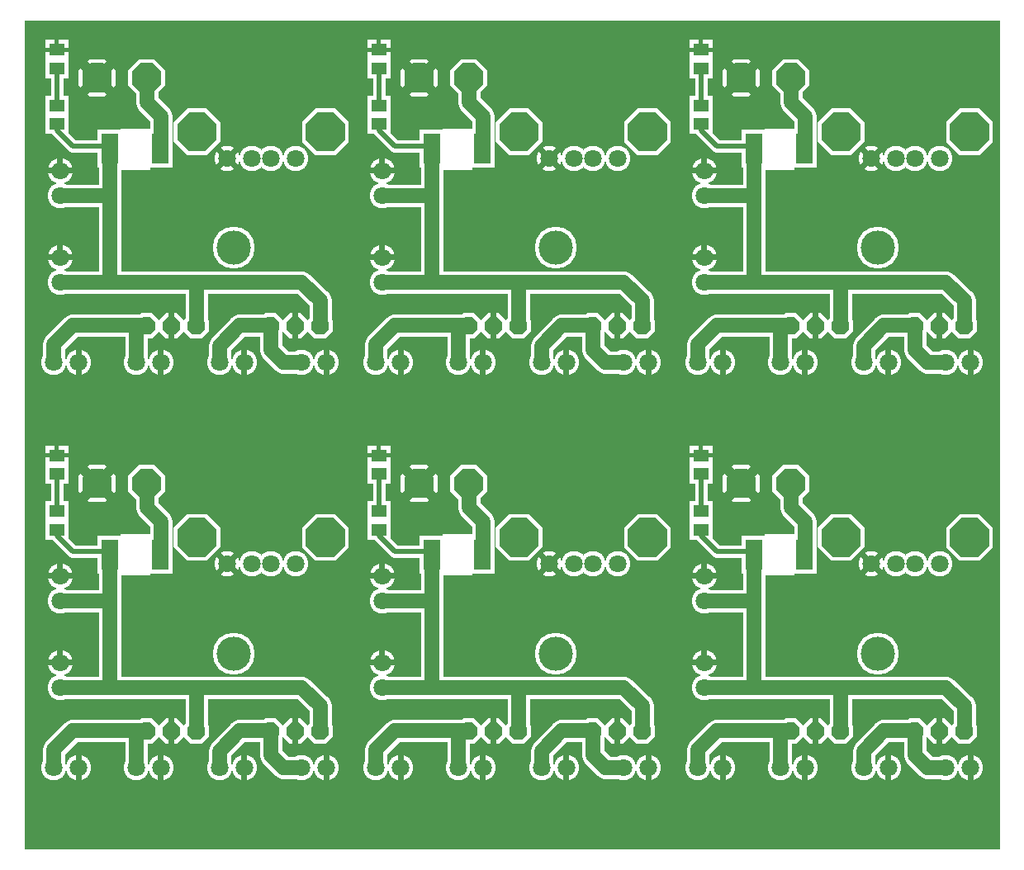
<source format=gbr>
%FSLAX34Y34*%
%MOMM*%
%LNCOPPER_TOP*%
G71*
G01*
%ADD10C, 2.60*%
%ADD11R, 2.58X3.95*%
%ADD12C, 2.30*%
%ADD13R, 2.40X2.10*%
%ADD14C, 1.30*%
%ADD15C, 0.10*%
%ADD16C, 2.60*%
%ADD17C, 4.30*%
%ADD18C, 1.00*%
%ADD19C, 0.60*%
%ADD20C, 0.43*%
%ADD21C, 1.80*%
%ADD22R, 1.78X3.15*%
%ADD23C, 1.50*%
%ADD24R, 1.60X1.30*%
%ADD25C, 0.50*%
%ADD26C, 1.80*%
%ADD27C, 3.50*%
%LPD*%
G36*
X0Y1000000D02*
X1000000Y1000000D01*
X1000000Y150000D01*
X0Y150000D01*
X0Y1000000D01*
G37*
%LPC*%
G36*
X144412Y933502D02*
X133298Y922388D01*
X117528Y922388D01*
X106412Y933502D01*
X106412Y949272D01*
X117528Y960388D01*
X133298Y960388D01*
X144412Y949272D01*
X144412Y933502D01*
G37*
G36*
X93612Y933502D02*
X82498Y922388D01*
X66728Y922388D01*
X55612Y933502D01*
X55612Y949272D01*
X66728Y960388D01*
X82498Y960388D01*
X93612Y949272D01*
X93612Y933502D01*
G37*
X36512Y820738D02*
G54D10*
D03*
X36512Y846138D02*
G54D10*
D03*
X36512Y731838D02*
G54D10*
D03*
X36512Y757238D02*
G54D10*
D03*
G36*
X55612Y949272D02*
X66728Y960388D01*
X82498Y960388D01*
X93612Y949272D01*
X93612Y933502D01*
X82498Y922388D01*
X66728Y922388D01*
X55612Y933502D01*
X55612Y949272D01*
G37*
X36512Y846138D02*
G54D10*
D03*
X36512Y757238D02*
G54D10*
D03*
X207962Y858838D02*
G54D10*
D03*
G36*
X112413Y692782D02*
X120018Y700387D01*
X130808Y700387D01*
X138413Y692782D01*
X138413Y681992D01*
X130808Y674387D01*
X120018Y674387D01*
X112413Y681992D01*
X112413Y692782D01*
G37*
G36*
X137813Y692782D02*
X145418Y700387D01*
X156208Y700387D01*
X163813Y692782D01*
X163813Y681992D01*
X156208Y674387D01*
X145418Y674387D01*
X137813Y681992D01*
X137813Y692782D01*
G37*
G36*
X163212Y692782D02*
X170818Y700387D01*
X181608Y700387D01*
X189212Y692782D01*
X189212Y681992D01*
X181608Y674387D01*
X170818Y674387D01*
X163212Y681992D01*
X163212Y692782D01*
G37*
G36*
X137813Y692782D02*
X145418Y700387D01*
X156208Y700387D01*
X163813Y692782D01*
X163813Y681992D01*
X156208Y674387D01*
X145418Y674387D01*
X137813Y681992D01*
X137813Y692782D01*
G37*
X139303Y868362D02*
G54D11*
D03*
X87312Y868362D02*
G54D11*
D03*
G54D12*
X125412Y941388D02*
X125412Y915988D01*
X139700Y901700D01*
X139700Y868759D01*
X139303Y868362D01*
X277812Y858838D02*
G54D10*
D03*
X252809Y858838D02*
G54D10*
D03*
X232966Y858837D02*
G54D10*
D03*
X207962Y858837D02*
G54D10*
D03*
G36*
X332570Y875865D02*
X318530Y861825D01*
X298610Y861825D01*
X284570Y875865D01*
X284570Y895785D01*
X298610Y909825D01*
X318530Y909825D01*
X332570Y895785D01*
X332570Y875865D01*
G37*
G36*
X201006Y875865D02*
X186966Y861825D01*
X167046Y861825D01*
X153006Y875865D01*
X153006Y895785D01*
X167046Y909825D01*
X186966Y909825D01*
X201006Y895785D01*
X201006Y875865D01*
G37*
G54D12*
X36512Y731838D02*
X87312Y731838D01*
X87312Y868362D01*
G54D12*
X36512Y820738D02*
X87312Y820738D01*
X33312Y912788D02*
G54D13*
D03*
X33312Y893788D02*
G54D13*
D03*
X33312Y950938D02*
G54D13*
D03*
X33312Y969938D02*
G54D13*
D03*
G54D14*
X33312Y912838D02*
X33312Y950938D01*
G36*
X98425Y889000D02*
X128588Y889000D01*
X128588Y847725D01*
X98425Y847725D01*
X98425Y889000D01*
G37*
G54D15*
X98425Y889000D02*
X128588Y889000D01*
X128588Y847725D01*
X98425Y847725D01*
X98425Y889000D01*
X33312Y969938D02*
G54D13*
D03*
G36*
X239412Y692782D02*
X247018Y700388D01*
X257808Y700388D01*
X265412Y692782D01*
X265412Y681992D01*
X257808Y674388D01*
X247018Y674388D01*
X239412Y681992D01*
X239412Y692782D01*
G37*
G36*
X264813Y692782D02*
X272418Y700388D01*
X283208Y700388D01*
X290813Y692782D01*
X290813Y681992D01*
X283208Y674388D01*
X272418Y674388D01*
X264813Y681992D01*
X264813Y692782D01*
G37*
G36*
X290212Y692782D02*
X297818Y700388D01*
X308608Y700388D01*
X316212Y692782D01*
X316212Y681992D01*
X308608Y674388D01*
X297818Y674388D01*
X290212Y681992D01*
X290212Y692782D01*
G37*
G36*
X264813Y692782D02*
X272418Y700388D01*
X283208Y700388D01*
X290813Y692782D01*
X290813Y681992D01*
X283208Y674388D01*
X272418Y674388D01*
X264813Y681992D01*
X264813Y692782D01*
G37*
X55562Y649288D02*
G54D16*
D03*
X30162Y649288D02*
G54D16*
D03*
X139700Y649288D02*
G54D16*
D03*
X114300Y649288D02*
G54D16*
D03*
X225425Y649288D02*
G54D16*
D03*
X200025Y649288D02*
G54D16*
D03*
X309562Y649288D02*
G54D16*
D03*
X284162Y649288D02*
G54D16*
D03*
G54D12*
X61912Y731838D02*
X284162Y731838D01*
X303212Y712788D01*
X303212Y687388D01*
G54D12*
X176212Y687388D02*
X176212Y731838D01*
G54D14*
X33312Y893788D02*
X33312Y887438D01*
X49212Y871538D01*
X90488Y871538D01*
X55562Y649288D02*
G54D16*
D03*
X139702Y649288D02*
G54D16*
D03*
X225422Y649288D02*
G54D16*
D03*
X309562Y649288D02*
G54D16*
D03*
G54D12*
X30162Y649288D02*
X30162Y668338D01*
X49212Y687388D01*
X125413Y687387D01*
G54D12*
X114300Y649288D02*
X114300Y685800D01*
X112712Y687388D01*
G54D12*
X200025Y649288D02*
X200025Y666750D01*
X220662Y687388D01*
X252412Y687388D01*
G54D12*
X252412Y687388D02*
X252412Y661988D01*
X265112Y649288D01*
X284162Y649288D01*
X214312Y766762D02*
G54D17*
D03*
G36*
X474612Y933502D02*
X463498Y922388D01*
X447728Y922388D01*
X436612Y933502D01*
X436612Y949272D01*
X447728Y960388D01*
X463498Y960388D01*
X474612Y949272D01*
X474612Y933502D01*
G37*
G36*
X423812Y933502D02*
X412698Y922388D01*
X396928Y922388D01*
X385812Y933502D01*
X385812Y949272D01*
X396928Y960388D01*
X412698Y960388D01*
X423812Y949272D01*
X423812Y933502D01*
G37*
X366712Y820738D02*
G54D10*
D03*
X366712Y846138D02*
G54D10*
D03*
X366712Y731838D02*
G54D10*
D03*
X366712Y757238D02*
G54D10*
D03*
G36*
X385812Y949272D02*
X396928Y960388D01*
X412698Y960388D01*
X423812Y949272D01*
X423812Y933502D01*
X412698Y922388D01*
X396928Y922388D01*
X385812Y933502D01*
X385812Y949272D01*
G37*
X366712Y846138D02*
G54D10*
D03*
X366712Y757238D02*
G54D10*
D03*
X538162Y858838D02*
G54D10*
D03*
G36*
X442613Y692782D02*
X450218Y700387D01*
X461008Y700387D01*
X468613Y692782D01*
X468613Y681992D01*
X461008Y674387D01*
X450218Y674387D01*
X442613Y681992D01*
X442613Y692782D01*
G37*
G36*
X468013Y692782D02*
X475618Y700387D01*
X486408Y700387D01*
X494013Y692782D01*
X494013Y681992D01*
X486408Y674387D01*
X475618Y674387D01*
X468013Y681992D01*
X468013Y692782D01*
G37*
G36*
X493412Y692782D02*
X501018Y700387D01*
X511808Y700387D01*
X519412Y692782D01*
X519412Y681992D01*
X511808Y674387D01*
X501018Y674387D01*
X493412Y681992D01*
X493412Y692782D01*
G37*
G36*
X468013Y692782D02*
X475618Y700387D01*
X486408Y700387D01*
X494013Y692782D01*
X494013Y681992D01*
X486408Y674387D01*
X475618Y674387D01*
X468013Y681992D01*
X468013Y692782D01*
G37*
X469503Y868362D02*
G54D11*
D03*
X417512Y868362D02*
G54D11*
D03*
G54D12*
X455612Y941388D02*
X455612Y915988D01*
X469900Y901700D01*
X469900Y868759D01*
X469503Y868362D01*
X608012Y858838D02*
G54D10*
D03*
X583009Y858838D02*
G54D10*
D03*
X563166Y858837D02*
G54D10*
D03*
X538162Y858837D02*
G54D10*
D03*
G36*
X662770Y875865D02*
X648730Y861825D01*
X628810Y861825D01*
X614770Y875865D01*
X614770Y895785D01*
X628810Y909825D01*
X648730Y909825D01*
X662770Y895785D01*
X662770Y875865D01*
G37*
G36*
X531206Y875865D02*
X517166Y861825D01*
X497246Y861825D01*
X483206Y875865D01*
X483206Y895785D01*
X497246Y909825D01*
X517166Y909825D01*
X531206Y895785D01*
X531206Y875865D01*
G37*
G54D12*
X366712Y731838D02*
X417512Y731838D01*
X417512Y868362D01*
G54D12*
X366712Y820738D02*
X417512Y820738D01*
X363512Y912788D02*
G54D13*
D03*
X363512Y893788D02*
G54D13*
D03*
X363512Y950938D02*
G54D13*
D03*
X363512Y969938D02*
G54D13*
D03*
G54D14*
X363512Y912838D02*
X363512Y950938D01*
G36*
X428625Y889000D02*
X458788Y889000D01*
X458788Y847725D01*
X428625Y847725D01*
X428625Y889000D01*
G37*
G54D15*
X428625Y889000D02*
X458788Y889000D01*
X458788Y847725D01*
X428625Y847725D01*
X428625Y889000D01*
X363512Y969938D02*
G54D13*
D03*
G36*
X569612Y692782D02*
X577218Y700388D01*
X588008Y700388D01*
X595612Y692782D01*
X595612Y681992D01*
X588008Y674388D01*
X577218Y674388D01*
X569612Y681992D01*
X569612Y692782D01*
G37*
G36*
X595013Y692782D02*
X602618Y700388D01*
X613408Y700388D01*
X621013Y692782D01*
X621013Y681992D01*
X613408Y674388D01*
X602618Y674388D01*
X595013Y681992D01*
X595013Y692782D01*
G37*
G36*
X620412Y692782D02*
X628018Y700388D01*
X638808Y700388D01*
X646412Y692782D01*
X646412Y681992D01*
X638808Y674388D01*
X628018Y674388D01*
X620412Y681992D01*
X620412Y692782D01*
G37*
G36*
X595013Y692782D02*
X602618Y700388D01*
X613408Y700388D01*
X621013Y692782D01*
X621013Y681992D01*
X613408Y674388D01*
X602618Y674388D01*
X595013Y681992D01*
X595013Y692782D01*
G37*
X385762Y649288D02*
G54D16*
D03*
X360362Y649288D02*
G54D16*
D03*
X469900Y649288D02*
G54D16*
D03*
X444500Y649288D02*
G54D16*
D03*
X555625Y649288D02*
G54D16*
D03*
X530225Y649288D02*
G54D16*
D03*
X639762Y649288D02*
G54D16*
D03*
X614362Y649288D02*
G54D16*
D03*
G54D12*
X392112Y731838D02*
X614362Y731838D01*
X633412Y712788D01*
X633412Y687388D01*
G54D12*
X506412Y687388D02*
X506412Y731838D01*
G54D14*
X363512Y893788D02*
X363512Y887438D01*
X379412Y871538D01*
X420688Y871538D01*
X385762Y649288D02*
G54D16*
D03*
X469902Y649288D02*
G54D16*
D03*
X555622Y649288D02*
G54D16*
D03*
X639762Y649288D02*
G54D16*
D03*
G54D12*
X360362Y649288D02*
X360362Y668338D01*
X379412Y687388D01*
X455613Y687387D01*
G54D12*
X444500Y649288D02*
X444500Y685800D01*
X442912Y687388D01*
G54D12*
X530225Y649288D02*
X530225Y666750D01*
X550862Y687388D01*
X582612Y687388D01*
G54D12*
X582612Y687388D02*
X582612Y661988D01*
X595312Y649288D01*
X614362Y649288D01*
X544512Y766762D02*
G54D17*
D03*
G36*
X804812Y933502D02*
X793698Y922388D01*
X777928Y922388D01*
X766812Y933502D01*
X766812Y949272D01*
X777928Y960388D01*
X793698Y960388D01*
X804812Y949272D01*
X804812Y933502D01*
G37*
G36*
X754012Y933502D02*
X742898Y922388D01*
X727128Y922388D01*
X716012Y933502D01*
X716012Y949272D01*
X727128Y960388D01*
X742898Y960388D01*
X754012Y949272D01*
X754012Y933502D01*
G37*
X696912Y820738D02*
G54D10*
D03*
X696912Y846138D02*
G54D10*
D03*
X696912Y731838D02*
G54D10*
D03*
X696912Y757238D02*
G54D10*
D03*
G36*
X716012Y949272D02*
X727128Y960388D01*
X742898Y960388D01*
X754012Y949272D01*
X754012Y933502D01*
X742898Y922388D01*
X727128Y922388D01*
X716012Y933502D01*
X716012Y949272D01*
G37*
X696912Y846138D02*
G54D10*
D03*
X696912Y757238D02*
G54D10*
D03*
X868362Y858838D02*
G54D10*
D03*
G36*
X772813Y692782D02*
X780418Y700387D01*
X791208Y700387D01*
X798813Y692782D01*
X798813Y681992D01*
X791208Y674387D01*
X780418Y674387D01*
X772813Y681992D01*
X772813Y692782D01*
G37*
G36*
X798213Y692782D02*
X805818Y700387D01*
X816608Y700387D01*
X824213Y692782D01*
X824213Y681992D01*
X816608Y674387D01*
X805818Y674387D01*
X798213Y681992D01*
X798213Y692782D01*
G37*
G36*
X823612Y692782D02*
X831218Y700387D01*
X842008Y700387D01*
X849612Y692782D01*
X849612Y681992D01*
X842008Y674387D01*
X831218Y674387D01*
X823612Y681992D01*
X823612Y692782D01*
G37*
G36*
X798213Y692782D02*
X805818Y700387D01*
X816608Y700387D01*
X824213Y692782D01*
X824213Y681992D01*
X816608Y674387D01*
X805818Y674387D01*
X798213Y681992D01*
X798213Y692782D01*
G37*
X799703Y868362D02*
G54D11*
D03*
X747712Y868362D02*
G54D11*
D03*
G54D12*
X785812Y941388D02*
X785812Y915988D01*
X800100Y901700D01*
X800100Y868759D01*
X799703Y868362D01*
X938212Y858838D02*
G54D10*
D03*
X913209Y858838D02*
G54D10*
D03*
X893366Y858837D02*
G54D10*
D03*
X868362Y858837D02*
G54D10*
D03*
G36*
X992970Y875865D02*
X978930Y861825D01*
X959010Y861825D01*
X944970Y875865D01*
X944970Y895785D01*
X959010Y909825D01*
X978930Y909825D01*
X992970Y895785D01*
X992970Y875865D01*
G37*
G36*
X861406Y875865D02*
X847366Y861825D01*
X827446Y861825D01*
X813406Y875865D01*
X813406Y895785D01*
X827446Y909825D01*
X847366Y909825D01*
X861406Y895785D01*
X861406Y875865D01*
G37*
G54D12*
X696912Y731838D02*
X747712Y731838D01*
X747712Y868362D01*
G54D12*
X696912Y820738D02*
X747712Y820738D01*
X693712Y912788D02*
G54D13*
D03*
X693712Y893788D02*
G54D13*
D03*
X693712Y950938D02*
G54D13*
D03*
X693712Y969938D02*
G54D13*
D03*
G54D14*
X693712Y912838D02*
X693712Y950938D01*
G36*
X758825Y889000D02*
X788988Y889000D01*
X788988Y847725D01*
X758825Y847725D01*
X758825Y889000D01*
G37*
G54D15*
X758825Y889000D02*
X788988Y889000D01*
X788988Y847725D01*
X758825Y847725D01*
X758825Y889000D01*
X693712Y969938D02*
G54D13*
D03*
G36*
X899812Y692782D02*
X907418Y700388D01*
X918208Y700388D01*
X925812Y692782D01*
X925812Y681992D01*
X918208Y674388D01*
X907418Y674388D01*
X899812Y681992D01*
X899812Y692782D01*
G37*
G36*
X925213Y692782D02*
X932818Y700388D01*
X943608Y700388D01*
X951213Y692782D01*
X951213Y681992D01*
X943608Y674388D01*
X932818Y674388D01*
X925213Y681992D01*
X925213Y692782D01*
G37*
G36*
X950612Y692782D02*
X958218Y700388D01*
X969008Y700388D01*
X976612Y692782D01*
X976612Y681992D01*
X969008Y674388D01*
X958218Y674388D01*
X950612Y681992D01*
X950612Y692782D01*
G37*
G36*
X925213Y692782D02*
X932818Y700388D01*
X943608Y700388D01*
X951213Y692782D01*
X951213Y681992D01*
X943608Y674388D01*
X932818Y674388D01*
X925213Y681992D01*
X925213Y692782D01*
G37*
X715962Y649288D02*
G54D16*
D03*
X690562Y649288D02*
G54D16*
D03*
X800100Y649288D02*
G54D16*
D03*
X774700Y649288D02*
G54D16*
D03*
X885825Y649288D02*
G54D16*
D03*
X860425Y649288D02*
G54D16*
D03*
X969962Y649288D02*
G54D16*
D03*
X944562Y649288D02*
G54D16*
D03*
G54D12*
X722312Y731838D02*
X944562Y731838D01*
X963612Y712788D01*
X963612Y687388D01*
G54D12*
X836612Y687388D02*
X836612Y731838D01*
G54D14*
X693712Y893788D02*
X693712Y887438D01*
X709612Y871538D01*
X750888Y871538D01*
X715962Y649288D02*
G54D16*
D03*
X800102Y649288D02*
G54D16*
D03*
X885822Y649288D02*
G54D16*
D03*
X969962Y649288D02*
G54D16*
D03*
G54D12*
X690562Y649288D02*
X690562Y668338D01*
X709612Y687388D01*
X785813Y687387D01*
G54D12*
X774700Y649288D02*
X774700Y685800D01*
X773112Y687388D01*
G54D12*
X860425Y649288D02*
X860425Y666750D01*
X881062Y687388D01*
X912812Y687388D01*
G54D12*
X912812Y687388D02*
X912812Y661988D01*
X925512Y649288D01*
X944562Y649288D01*
X874712Y766762D02*
G54D17*
D03*
G36*
X144412Y517578D02*
X133298Y506462D01*
X117528Y506462D01*
X106412Y517578D01*
X106412Y533348D01*
X117528Y544462D01*
X133298Y544462D01*
X144412Y533348D01*
X144412Y517578D01*
G37*
G36*
X93612Y517578D02*
X82498Y506462D01*
X66728Y506462D01*
X55612Y517578D01*
X55612Y533348D01*
X66728Y544462D01*
X82498Y544462D01*
X93612Y533348D01*
X93612Y517578D01*
G37*
X36512Y404812D02*
G54D10*
D03*
X36512Y430212D02*
G54D10*
D03*
X36512Y315912D02*
G54D10*
D03*
X36512Y341312D02*
G54D10*
D03*
G36*
X55612Y533348D02*
X66728Y544462D01*
X82498Y544462D01*
X93612Y533348D01*
X93612Y517578D01*
X82498Y506462D01*
X66728Y506462D01*
X55612Y517578D01*
X55612Y533348D01*
G37*
X36512Y430212D02*
G54D10*
D03*
X36512Y341312D02*
G54D10*
D03*
X207962Y442912D02*
G54D10*
D03*
G36*
X112413Y276857D02*
X120018Y284462D01*
X130808Y284462D01*
X138413Y276857D01*
X138413Y266067D01*
X130808Y258462D01*
X120018Y258462D01*
X112413Y266067D01*
X112413Y276857D01*
G37*
G36*
X137813Y276857D02*
X145418Y284462D01*
X156208Y284462D01*
X163813Y276857D01*
X163813Y266067D01*
X156208Y258462D01*
X145418Y258462D01*
X137813Y266067D01*
X137813Y276857D01*
G37*
G36*
X163212Y276857D02*
X170818Y284462D01*
X181608Y284462D01*
X189212Y276857D01*
X189212Y266067D01*
X181608Y258462D01*
X170818Y258462D01*
X163212Y266067D01*
X163212Y276857D01*
G37*
G36*
X137813Y276857D02*
X145418Y284462D01*
X156208Y284462D01*
X163813Y276857D01*
X163813Y266067D01*
X156208Y258462D01*
X145418Y258462D01*
X137813Y266067D01*
X137813Y276857D01*
G37*
X139303Y452438D02*
G54D11*
D03*
X87312Y452438D02*
G54D11*
D03*
G54D12*
X125412Y525462D02*
X125412Y500062D01*
X139700Y485775D01*
X139700Y452834D01*
X139303Y452438D01*
X277812Y442912D02*
G54D10*
D03*
X252809Y442912D02*
G54D10*
D03*
X232966Y442912D02*
G54D10*
D03*
X207962Y442912D02*
G54D10*
D03*
G36*
X332570Y459940D02*
X318530Y445900D01*
X298610Y445900D01*
X284570Y459940D01*
X284570Y479860D01*
X298610Y493900D01*
X318530Y493900D01*
X332570Y479860D01*
X332570Y459940D01*
G37*
G36*
X201006Y459940D02*
X186966Y445900D01*
X167046Y445900D01*
X153006Y459940D01*
X153006Y479860D01*
X167046Y493900D01*
X186966Y493900D01*
X201006Y479860D01*
X201006Y459940D01*
G37*
G54D12*
X36512Y315912D02*
X87312Y315912D01*
X87312Y452438D01*
G54D12*
X36512Y404812D02*
X87312Y404812D01*
X33312Y496862D02*
G54D13*
D03*
X33312Y477862D02*
G54D13*
D03*
X33312Y535012D02*
G54D13*
D03*
X33312Y554012D02*
G54D13*
D03*
G54D14*
X33312Y496912D02*
X33312Y535012D01*
G36*
X98425Y473075D02*
X128588Y473075D01*
X128588Y431800D01*
X98425Y431800D01*
X98425Y473075D01*
G37*
G54D15*
X98425Y473075D02*
X128588Y473075D01*
X128588Y431800D01*
X98425Y431800D01*
X98425Y473075D01*
X33312Y554012D02*
G54D13*
D03*
G36*
X239412Y276858D02*
X247018Y284462D01*
X257808Y284462D01*
X265412Y276858D01*
X265412Y266068D01*
X257808Y258462D01*
X247018Y258462D01*
X239412Y266068D01*
X239412Y276858D01*
G37*
G36*
X264813Y276858D02*
X272418Y284462D01*
X283208Y284462D01*
X290813Y276858D01*
X290813Y266068D01*
X283208Y258462D01*
X272418Y258462D01*
X264813Y266068D01*
X264813Y276858D01*
G37*
G36*
X290212Y276858D02*
X297818Y284462D01*
X308608Y284462D01*
X316212Y276858D01*
X316212Y266068D01*
X308608Y258462D01*
X297818Y258462D01*
X290212Y266068D01*
X290212Y276858D01*
G37*
G36*
X264813Y276858D02*
X272418Y284462D01*
X283208Y284462D01*
X290813Y276858D01*
X290813Y266068D01*
X283208Y258462D01*
X272418Y258462D01*
X264813Y266068D01*
X264813Y276858D01*
G37*
X55562Y233362D02*
G54D16*
D03*
X30162Y233362D02*
G54D16*
D03*
X139700Y233362D02*
G54D16*
D03*
X114300Y233362D02*
G54D16*
D03*
X225425Y233362D02*
G54D16*
D03*
X200025Y233362D02*
G54D16*
D03*
X309562Y233362D02*
G54D16*
D03*
X284162Y233362D02*
G54D16*
D03*
G54D12*
X61912Y315912D02*
X284162Y315912D01*
X303212Y296862D01*
X303212Y271462D01*
G54D12*
X176212Y271462D02*
X176212Y315912D01*
G54D14*
X33312Y477862D02*
X33312Y471512D01*
X49212Y455612D01*
X90488Y455612D01*
X55562Y233362D02*
G54D16*
D03*
X139702Y233362D02*
G54D16*
D03*
X225422Y233362D02*
G54D16*
D03*
X309562Y233362D02*
G54D16*
D03*
G54D12*
X30162Y233362D02*
X30162Y252412D01*
X49212Y271462D01*
X125413Y271462D01*
G54D12*
X114300Y233362D02*
X114300Y269875D01*
X112712Y271462D01*
G54D12*
X200025Y233362D02*
X200025Y250825D01*
X220662Y271462D01*
X252412Y271462D01*
G54D12*
X252412Y271462D02*
X252412Y246062D01*
X265112Y233362D01*
X284162Y233362D01*
X214312Y350838D02*
G54D17*
D03*
G36*
X474612Y517578D02*
X463498Y506462D01*
X447728Y506462D01*
X436612Y517578D01*
X436612Y533348D01*
X447728Y544462D01*
X463498Y544462D01*
X474612Y533348D01*
X474612Y517578D01*
G37*
G36*
X423812Y517578D02*
X412698Y506462D01*
X396928Y506462D01*
X385812Y517578D01*
X385812Y533348D01*
X396928Y544462D01*
X412698Y544462D01*
X423812Y533348D01*
X423812Y517578D01*
G37*
X366712Y404812D02*
G54D10*
D03*
X366712Y430212D02*
G54D10*
D03*
X366712Y315912D02*
G54D10*
D03*
X366712Y341312D02*
G54D10*
D03*
G36*
X385812Y533348D02*
X396928Y544462D01*
X412698Y544462D01*
X423812Y533348D01*
X423812Y517578D01*
X412698Y506462D01*
X396928Y506462D01*
X385812Y517578D01*
X385812Y533348D01*
G37*
X366712Y430212D02*
G54D10*
D03*
X366712Y341312D02*
G54D10*
D03*
X538162Y442912D02*
G54D10*
D03*
G36*
X442613Y276857D02*
X450218Y284462D01*
X461008Y284462D01*
X468613Y276857D01*
X468613Y266067D01*
X461008Y258462D01*
X450218Y258462D01*
X442613Y266067D01*
X442613Y276857D01*
G37*
G36*
X468013Y276857D02*
X475618Y284462D01*
X486408Y284462D01*
X494013Y276857D01*
X494013Y266067D01*
X486408Y258462D01*
X475618Y258462D01*
X468013Y266067D01*
X468013Y276857D01*
G37*
G36*
X493412Y276857D02*
X501018Y284462D01*
X511808Y284462D01*
X519412Y276857D01*
X519412Y266067D01*
X511808Y258462D01*
X501018Y258462D01*
X493412Y266067D01*
X493412Y276857D01*
G37*
G36*
X468013Y276857D02*
X475618Y284462D01*
X486408Y284462D01*
X494013Y276857D01*
X494013Y266067D01*
X486408Y258462D01*
X475618Y258462D01*
X468013Y266067D01*
X468013Y276857D01*
G37*
X469503Y452438D02*
G54D11*
D03*
X417512Y452438D02*
G54D11*
D03*
G54D12*
X455612Y525462D02*
X455612Y500062D01*
X469900Y485775D01*
X469900Y452834D01*
X469503Y452438D01*
X608012Y442912D02*
G54D10*
D03*
X583009Y442912D02*
G54D10*
D03*
X563166Y442912D02*
G54D10*
D03*
X538162Y442912D02*
G54D10*
D03*
G36*
X662770Y459940D02*
X648730Y445900D01*
X628810Y445900D01*
X614770Y459940D01*
X614770Y479860D01*
X628810Y493900D01*
X648730Y493900D01*
X662770Y479860D01*
X662770Y459940D01*
G37*
G36*
X531206Y459940D02*
X517166Y445900D01*
X497246Y445900D01*
X483206Y459940D01*
X483206Y479860D01*
X497246Y493900D01*
X517166Y493900D01*
X531206Y479860D01*
X531206Y459940D01*
G37*
G54D12*
X366712Y315912D02*
X417512Y315912D01*
X417512Y452438D01*
G54D12*
X366712Y404812D02*
X417512Y404812D01*
X363512Y496862D02*
G54D13*
D03*
X363512Y477862D02*
G54D13*
D03*
X363512Y535012D02*
G54D13*
D03*
X363512Y554012D02*
G54D13*
D03*
G54D14*
X363512Y496912D02*
X363512Y535012D01*
G36*
X428625Y473075D02*
X458788Y473075D01*
X458788Y431800D01*
X428625Y431800D01*
X428625Y473075D01*
G37*
G54D15*
X428625Y473075D02*
X458788Y473075D01*
X458788Y431800D01*
X428625Y431800D01*
X428625Y473075D01*
X363512Y554012D02*
G54D13*
D03*
G36*
X569612Y276858D02*
X577218Y284462D01*
X588008Y284462D01*
X595612Y276858D01*
X595612Y266068D01*
X588008Y258462D01*
X577218Y258462D01*
X569612Y266068D01*
X569612Y276858D01*
G37*
G36*
X595013Y276858D02*
X602618Y284462D01*
X613408Y284462D01*
X621013Y276858D01*
X621013Y266068D01*
X613408Y258462D01*
X602618Y258462D01*
X595013Y266068D01*
X595013Y276858D01*
G37*
G36*
X620412Y276858D02*
X628018Y284462D01*
X638808Y284462D01*
X646412Y276858D01*
X646412Y266068D01*
X638808Y258462D01*
X628018Y258462D01*
X620412Y266068D01*
X620412Y276858D01*
G37*
G36*
X595013Y276858D02*
X602618Y284462D01*
X613408Y284462D01*
X621013Y276858D01*
X621013Y266068D01*
X613408Y258462D01*
X602618Y258462D01*
X595013Y266068D01*
X595013Y276858D01*
G37*
X385762Y233362D02*
G54D16*
D03*
X360362Y233362D02*
G54D16*
D03*
X469900Y233362D02*
G54D16*
D03*
X444500Y233362D02*
G54D16*
D03*
X555625Y233362D02*
G54D16*
D03*
X530225Y233362D02*
G54D16*
D03*
X639762Y233362D02*
G54D16*
D03*
X614362Y233362D02*
G54D16*
D03*
G54D12*
X392112Y315912D02*
X614362Y315912D01*
X633412Y296862D01*
X633412Y271462D01*
G54D12*
X506412Y271462D02*
X506412Y315912D01*
G54D14*
X363512Y477862D02*
X363512Y471512D01*
X379412Y455612D01*
X420688Y455612D01*
X385762Y233362D02*
G54D16*
D03*
X469902Y233362D02*
G54D16*
D03*
X555622Y233362D02*
G54D16*
D03*
X639762Y233362D02*
G54D16*
D03*
G54D12*
X360362Y233362D02*
X360362Y252412D01*
X379412Y271462D01*
X455613Y271462D01*
G54D12*
X444500Y233362D02*
X444500Y269875D01*
X442912Y271462D01*
G54D12*
X530225Y233362D02*
X530225Y250825D01*
X550862Y271462D01*
X582612Y271462D01*
G54D12*
X582612Y271462D02*
X582612Y246062D01*
X595312Y233362D01*
X614362Y233362D01*
X544512Y350838D02*
G54D17*
D03*
G36*
X804812Y517578D02*
X793698Y506462D01*
X777928Y506462D01*
X766812Y517578D01*
X766812Y533348D01*
X777928Y544462D01*
X793698Y544462D01*
X804812Y533348D01*
X804812Y517578D01*
G37*
G36*
X754012Y517578D02*
X742898Y506462D01*
X727128Y506462D01*
X716012Y517578D01*
X716012Y533348D01*
X727128Y544462D01*
X742898Y544462D01*
X754012Y533348D01*
X754012Y517578D01*
G37*
X696912Y404812D02*
G54D10*
D03*
X696912Y430212D02*
G54D10*
D03*
X696912Y315912D02*
G54D10*
D03*
X696912Y341312D02*
G54D10*
D03*
G36*
X716012Y533348D02*
X727128Y544462D01*
X742898Y544462D01*
X754012Y533348D01*
X754012Y517578D01*
X742898Y506462D01*
X727128Y506462D01*
X716012Y517578D01*
X716012Y533348D01*
G37*
X696912Y430212D02*
G54D10*
D03*
X696912Y341312D02*
G54D10*
D03*
X868362Y442912D02*
G54D10*
D03*
G36*
X772813Y276857D02*
X780418Y284462D01*
X791208Y284462D01*
X798813Y276857D01*
X798813Y266067D01*
X791208Y258462D01*
X780418Y258462D01*
X772813Y266067D01*
X772813Y276857D01*
G37*
G36*
X798213Y276857D02*
X805818Y284462D01*
X816608Y284462D01*
X824213Y276857D01*
X824213Y266067D01*
X816608Y258462D01*
X805818Y258462D01*
X798213Y266067D01*
X798213Y276857D01*
G37*
G36*
X823612Y276857D02*
X831218Y284462D01*
X842008Y284462D01*
X849612Y276857D01*
X849612Y266067D01*
X842008Y258462D01*
X831218Y258462D01*
X823612Y266067D01*
X823612Y276857D01*
G37*
G36*
X798213Y276857D02*
X805818Y284462D01*
X816608Y284462D01*
X824213Y276857D01*
X824213Y266067D01*
X816608Y258462D01*
X805818Y258462D01*
X798213Y266067D01*
X798213Y276857D01*
G37*
X799703Y452438D02*
G54D11*
D03*
X747712Y452438D02*
G54D11*
D03*
G54D12*
X785812Y525462D02*
X785812Y500062D01*
X800100Y485775D01*
X800100Y452834D01*
X799703Y452438D01*
X938212Y442912D02*
G54D10*
D03*
X913209Y442912D02*
G54D10*
D03*
X893366Y442912D02*
G54D10*
D03*
X868362Y442912D02*
G54D10*
D03*
G36*
X992970Y459940D02*
X978930Y445900D01*
X959010Y445900D01*
X944970Y459940D01*
X944970Y479860D01*
X959010Y493900D01*
X978930Y493900D01*
X992970Y479860D01*
X992970Y459940D01*
G37*
G36*
X861406Y459940D02*
X847366Y445900D01*
X827446Y445900D01*
X813406Y459940D01*
X813406Y479860D01*
X827446Y493900D01*
X847366Y493900D01*
X861406Y479860D01*
X861406Y459940D01*
G37*
G54D12*
X696912Y315912D02*
X747712Y315912D01*
X747712Y452438D01*
G54D12*
X696912Y404812D02*
X747712Y404812D01*
X693712Y496862D02*
G54D13*
D03*
X693712Y477862D02*
G54D13*
D03*
X693712Y535012D02*
G54D13*
D03*
X693712Y554012D02*
G54D13*
D03*
G54D14*
X693712Y496912D02*
X693712Y535012D01*
G36*
X758825Y473075D02*
X788988Y473075D01*
X788988Y431800D01*
X758825Y431800D01*
X758825Y473075D01*
G37*
G54D15*
X758825Y473075D02*
X788988Y473075D01*
X788988Y431800D01*
X758825Y431800D01*
X758825Y473075D01*
X693712Y554012D02*
G54D13*
D03*
G36*
X899812Y276858D02*
X907418Y284462D01*
X918208Y284462D01*
X925812Y276858D01*
X925812Y266068D01*
X918208Y258462D01*
X907418Y258462D01*
X899812Y266068D01*
X899812Y276858D01*
G37*
G36*
X925213Y276858D02*
X932818Y284462D01*
X943608Y284462D01*
X951213Y276858D01*
X951213Y266068D01*
X943608Y258462D01*
X932818Y258462D01*
X925213Y266068D01*
X925213Y276858D01*
G37*
G36*
X950612Y276858D02*
X958218Y284462D01*
X969008Y284462D01*
X976612Y276858D01*
X976612Y266068D01*
X969008Y258462D01*
X958218Y258462D01*
X950612Y266068D01*
X950612Y276858D01*
G37*
G36*
X925213Y276858D02*
X932818Y284462D01*
X943608Y284462D01*
X951213Y276858D01*
X951213Y266068D01*
X943608Y258462D01*
X932818Y258462D01*
X925213Y266068D01*
X925213Y276858D01*
G37*
X715962Y233362D02*
G54D16*
D03*
X690562Y233362D02*
G54D16*
D03*
X800100Y233362D02*
G54D16*
D03*
X774700Y233362D02*
G54D16*
D03*
X885825Y233362D02*
G54D16*
D03*
X860425Y233362D02*
G54D16*
D03*
X969962Y233362D02*
G54D16*
D03*
X944562Y233362D02*
G54D16*
D03*
G54D12*
X722312Y315912D02*
X944562Y315912D01*
X963612Y296862D01*
X963612Y271462D01*
G54D12*
X836612Y271462D02*
X836612Y315912D01*
G54D14*
X693712Y477862D02*
X693712Y471512D01*
X709612Y455612D01*
X750888Y455612D01*
X715962Y233362D02*
G54D16*
D03*
X800102Y233362D02*
G54D16*
D03*
X885822Y233362D02*
G54D16*
D03*
X969962Y233362D02*
G54D16*
D03*
G54D12*
X690562Y233362D02*
X690562Y252412D01*
X709612Y271462D01*
X785813Y271462D01*
G54D12*
X774700Y233362D02*
X774700Y269875D01*
X773112Y271462D01*
G54D12*
X860425Y233362D02*
X860425Y250825D01*
X881062Y271462D01*
X912812Y271462D01*
G54D12*
X912812Y271462D02*
X912812Y246062D01*
X925512Y233362D01*
X944562Y233362D01*
X874712Y350838D02*
G54D17*
D03*
%LPD*%
G54D18*
G36*
X71077Y944923D02*
X84866Y958712D01*
X91937Y951641D01*
X78148Y937852D01*
X71077Y944923D01*
G37*
G36*
X78148Y944923D02*
X91937Y931134D01*
X84866Y924063D01*
X71077Y937852D01*
X78148Y944923D01*
G37*
G36*
X78148Y937852D02*
X64359Y924063D01*
X57288Y931134D01*
X71077Y944923D01*
X78148Y937852D01*
G37*
G36*
X71077Y937852D02*
X57288Y951641D01*
X64359Y958712D01*
X78148Y944923D01*
X71077Y937852D01*
G37*
G54D19*
G36*
X33512Y846138D02*
X33512Y859638D01*
X39512Y859638D01*
X39512Y846138D01*
X33512Y846138D01*
G37*
G36*
X36512Y849138D02*
X50012Y849138D01*
X50012Y843138D01*
X36512Y843138D01*
X36512Y849138D01*
G37*
G36*
X36512Y843138D02*
X23012Y843138D01*
X23012Y849138D01*
X36512Y849138D01*
X36512Y843138D01*
G37*
G54D19*
G36*
X33512Y757238D02*
X33512Y770738D01*
X39512Y770738D01*
X39512Y757238D01*
X33512Y757238D01*
G37*
G36*
X36512Y760238D02*
X50012Y760238D01*
X50012Y754238D01*
X36512Y754238D01*
X36512Y760238D01*
G37*
G36*
X36512Y754238D02*
X23012Y754238D01*
X23012Y760238D01*
X36512Y760238D01*
X36512Y754238D01*
G37*
G54D19*
G36*
X205841Y860959D02*
X215387Y870505D01*
X219630Y866262D01*
X210084Y856716D01*
X205841Y860959D01*
G37*
G36*
X210084Y860959D02*
X219630Y851413D01*
X215387Y847170D01*
X205841Y856716D01*
X210084Y860959D01*
G37*
G36*
X210084Y856716D02*
X200538Y847170D01*
X196295Y851413D01*
X205841Y860959D01*
X210084Y856716D01*
G37*
G36*
X205841Y856716D02*
X196295Y866262D01*
X200538Y870505D01*
X210084Y860959D01*
X205841Y856716D01*
G37*
G54D19*
G36*
X147813Y687387D02*
X147813Y700887D01*
X153813Y700887D01*
X153813Y687387D01*
X147813Y687387D01*
G37*
G36*
X153813Y687387D02*
X153813Y673887D01*
X147813Y673887D01*
X147813Y687387D01*
X153813Y687387D01*
G37*
G54D20*
G36*
X33312Y967771D02*
X20812Y967771D01*
X20812Y972104D01*
X33312Y972104D01*
X33312Y967771D01*
G37*
G36*
X31146Y969938D02*
X31146Y980938D01*
X35479Y980938D01*
X35479Y969938D01*
X31146Y969938D01*
G37*
G36*
X33312Y972104D02*
X45812Y972104D01*
X45812Y967771D01*
X33312Y967771D01*
X33312Y972104D01*
G37*
G54D19*
G36*
X274813Y687388D02*
X274813Y700888D01*
X280813Y700888D01*
X280813Y687388D01*
X274813Y687388D01*
G37*
G36*
X280813Y687388D02*
X280813Y673888D01*
X274813Y673888D01*
X274813Y687388D01*
X280813Y687388D01*
G37*
G54D19*
G36*
X52562Y649288D02*
X52562Y662788D01*
X58562Y662788D01*
X58562Y649288D01*
X52562Y649288D01*
G37*
G36*
X58562Y649288D02*
X58562Y635788D01*
X52562Y635788D01*
X52562Y649288D01*
X58562Y649288D01*
G37*
G54D19*
G36*
X136702Y649288D02*
X136702Y662788D01*
X142702Y662788D01*
X142702Y649288D01*
X136702Y649288D01*
G37*
G36*
X142702Y649288D02*
X142702Y635788D01*
X136702Y635788D01*
X136702Y649288D01*
X142702Y649288D01*
G37*
G54D19*
G36*
X222422Y649288D02*
X222422Y662788D01*
X228422Y662788D01*
X228422Y649288D01*
X222422Y649288D01*
G37*
G36*
X228422Y649288D02*
X228422Y635788D01*
X222422Y635788D01*
X222422Y649288D01*
X228422Y649288D01*
G37*
G54D19*
G36*
X306562Y649288D02*
X306562Y662788D01*
X312562Y662788D01*
X312562Y649288D01*
X306562Y649288D01*
G37*
G36*
X312562Y649288D02*
X312562Y635788D01*
X306562Y635788D01*
X306562Y649288D01*
X312562Y649288D01*
G37*
G54D18*
G36*
X401277Y944923D02*
X415066Y958712D01*
X422137Y951641D01*
X408348Y937852D01*
X401277Y944923D01*
G37*
G36*
X408348Y944923D02*
X422137Y931134D01*
X415066Y924063D01*
X401277Y937852D01*
X408348Y944923D01*
G37*
G36*
X408348Y937852D02*
X394559Y924063D01*
X387488Y931134D01*
X401277Y944923D01*
X408348Y937852D01*
G37*
G36*
X401277Y937852D02*
X387488Y951641D01*
X394559Y958712D01*
X408348Y944923D01*
X401277Y937852D01*
G37*
G54D19*
G36*
X363712Y846138D02*
X363712Y859638D01*
X369712Y859638D01*
X369712Y846138D01*
X363712Y846138D01*
G37*
G36*
X366712Y849138D02*
X380212Y849138D01*
X380212Y843138D01*
X366712Y843138D01*
X366712Y849138D01*
G37*
G36*
X366712Y843138D02*
X353212Y843138D01*
X353212Y849138D01*
X366712Y849138D01*
X366712Y843138D01*
G37*
G54D19*
G36*
X363712Y757238D02*
X363712Y770738D01*
X369712Y770738D01*
X369712Y757238D01*
X363712Y757238D01*
G37*
G36*
X366712Y760238D02*
X380212Y760238D01*
X380212Y754238D01*
X366712Y754238D01*
X366712Y760238D01*
G37*
G36*
X366712Y754238D02*
X353212Y754238D01*
X353212Y760238D01*
X366712Y760238D01*
X366712Y754238D01*
G37*
G54D19*
G36*
X536041Y860959D02*
X545587Y870505D01*
X549830Y866262D01*
X540284Y856716D01*
X536041Y860959D01*
G37*
G36*
X540284Y860959D02*
X549830Y851413D01*
X545587Y847170D01*
X536041Y856716D01*
X540284Y860959D01*
G37*
G36*
X540284Y856716D02*
X530738Y847170D01*
X526495Y851413D01*
X536041Y860959D01*
X540284Y856716D01*
G37*
G36*
X536041Y856716D02*
X526495Y866262D01*
X530738Y870505D01*
X540284Y860959D01*
X536041Y856716D01*
G37*
G54D19*
G36*
X478013Y687387D02*
X478013Y700887D01*
X484013Y700887D01*
X484013Y687387D01*
X478013Y687387D01*
G37*
G36*
X484013Y687387D02*
X484013Y673887D01*
X478013Y673887D01*
X478013Y687387D01*
X484013Y687387D01*
G37*
G54D20*
G36*
X363512Y967771D02*
X351012Y967771D01*
X351012Y972104D01*
X363512Y972104D01*
X363512Y967771D01*
G37*
G36*
X361346Y969938D02*
X361346Y980938D01*
X365679Y980938D01*
X365679Y969938D01*
X361346Y969938D01*
G37*
G36*
X363512Y972104D02*
X376012Y972104D01*
X376012Y967771D01*
X363512Y967771D01*
X363512Y972104D01*
G37*
G54D19*
G36*
X605013Y687388D02*
X605013Y700888D01*
X611013Y700888D01*
X611013Y687388D01*
X605013Y687388D01*
G37*
G36*
X611013Y687388D02*
X611013Y673888D01*
X605013Y673888D01*
X605013Y687388D01*
X611013Y687388D01*
G37*
G54D19*
G36*
X382762Y649288D02*
X382762Y662788D01*
X388762Y662788D01*
X388762Y649288D01*
X382762Y649288D01*
G37*
G36*
X388762Y649288D02*
X388762Y635788D01*
X382762Y635788D01*
X382762Y649288D01*
X388762Y649288D01*
G37*
G54D19*
G36*
X466902Y649288D02*
X466902Y662788D01*
X472902Y662788D01*
X472902Y649288D01*
X466902Y649288D01*
G37*
G36*
X472902Y649288D02*
X472902Y635788D01*
X466902Y635788D01*
X466902Y649288D01*
X472902Y649288D01*
G37*
G54D19*
G36*
X552622Y649288D02*
X552622Y662788D01*
X558622Y662788D01*
X558622Y649288D01*
X552622Y649288D01*
G37*
G36*
X558622Y649288D02*
X558622Y635788D01*
X552622Y635788D01*
X552622Y649288D01*
X558622Y649288D01*
G37*
G54D19*
G36*
X636762Y649288D02*
X636762Y662788D01*
X642762Y662788D01*
X642762Y649288D01*
X636762Y649288D01*
G37*
G36*
X642762Y649288D02*
X642762Y635788D01*
X636762Y635788D01*
X636762Y649288D01*
X642762Y649288D01*
G37*
G54D18*
G36*
X731477Y944923D02*
X745266Y958712D01*
X752337Y951641D01*
X738548Y937852D01*
X731477Y944923D01*
G37*
G36*
X738548Y944923D02*
X752337Y931134D01*
X745266Y924063D01*
X731477Y937852D01*
X738548Y944923D01*
G37*
G36*
X738548Y937852D02*
X724759Y924063D01*
X717688Y931134D01*
X731477Y944923D01*
X738548Y937852D01*
G37*
G36*
X731477Y937852D02*
X717688Y951641D01*
X724759Y958712D01*
X738548Y944923D01*
X731477Y937852D01*
G37*
G54D19*
G36*
X693912Y846138D02*
X693912Y859638D01*
X699912Y859638D01*
X699912Y846138D01*
X693912Y846138D01*
G37*
G36*
X696912Y849138D02*
X710412Y849138D01*
X710412Y843138D01*
X696912Y843138D01*
X696912Y849138D01*
G37*
G36*
X696912Y843138D02*
X683412Y843138D01*
X683412Y849138D01*
X696912Y849138D01*
X696912Y843138D01*
G37*
G54D19*
G36*
X693912Y757238D02*
X693912Y770738D01*
X699912Y770738D01*
X699912Y757238D01*
X693912Y757238D01*
G37*
G36*
X696912Y760238D02*
X710412Y760238D01*
X710412Y754238D01*
X696912Y754238D01*
X696912Y760238D01*
G37*
G36*
X696912Y754238D02*
X683412Y754238D01*
X683412Y760238D01*
X696912Y760238D01*
X696912Y754238D01*
G37*
G54D19*
G36*
X866241Y860959D02*
X875787Y870505D01*
X880030Y866262D01*
X870484Y856716D01*
X866241Y860959D01*
G37*
G36*
X870484Y860959D02*
X880030Y851413D01*
X875787Y847170D01*
X866241Y856716D01*
X870484Y860959D01*
G37*
G36*
X870484Y856716D02*
X860938Y847170D01*
X856695Y851413D01*
X866241Y860959D01*
X870484Y856716D01*
G37*
G36*
X866241Y856716D02*
X856695Y866262D01*
X860938Y870505D01*
X870484Y860959D01*
X866241Y856716D01*
G37*
G54D19*
G36*
X808213Y687387D02*
X808213Y700887D01*
X814213Y700887D01*
X814213Y687387D01*
X808213Y687387D01*
G37*
G36*
X814213Y687387D02*
X814213Y673887D01*
X808213Y673887D01*
X808213Y687387D01*
X814213Y687387D01*
G37*
G54D20*
G36*
X693712Y967771D02*
X681212Y967771D01*
X681212Y972104D01*
X693712Y972104D01*
X693712Y967771D01*
G37*
G36*
X691546Y969938D02*
X691546Y980938D01*
X695879Y980938D01*
X695879Y969938D01*
X691546Y969938D01*
G37*
G36*
X693712Y972104D02*
X706212Y972104D01*
X706212Y967771D01*
X693712Y967771D01*
X693712Y972104D01*
G37*
G54D19*
G36*
X935213Y687388D02*
X935213Y700888D01*
X941213Y700888D01*
X941213Y687388D01*
X935213Y687388D01*
G37*
G36*
X941213Y687388D02*
X941213Y673888D01*
X935213Y673888D01*
X935213Y687388D01*
X941213Y687388D01*
G37*
G54D19*
G36*
X712962Y649288D02*
X712962Y662788D01*
X718962Y662788D01*
X718962Y649288D01*
X712962Y649288D01*
G37*
G36*
X718962Y649288D02*
X718962Y635788D01*
X712962Y635788D01*
X712962Y649288D01*
X718962Y649288D01*
G37*
G54D19*
G36*
X797102Y649288D02*
X797102Y662788D01*
X803102Y662788D01*
X803102Y649288D01*
X797102Y649288D01*
G37*
G36*
X803102Y649288D02*
X803102Y635788D01*
X797102Y635788D01*
X797102Y649288D01*
X803102Y649288D01*
G37*
G54D19*
G36*
X882822Y649288D02*
X882822Y662788D01*
X888822Y662788D01*
X888822Y649288D01*
X882822Y649288D01*
G37*
G36*
X888822Y649288D02*
X888822Y635788D01*
X882822Y635788D01*
X882822Y649288D01*
X888822Y649288D01*
G37*
G54D19*
G36*
X966962Y649288D02*
X966962Y662788D01*
X972962Y662788D01*
X972962Y649288D01*
X966962Y649288D01*
G37*
G36*
X972962Y649288D02*
X972962Y635788D01*
X966962Y635788D01*
X966962Y649288D01*
X972962Y649288D01*
G37*
G54D18*
G36*
X71077Y528998D02*
X84866Y542787D01*
X91937Y535716D01*
X78148Y521927D01*
X71077Y528998D01*
G37*
G36*
X78148Y528998D02*
X91937Y515209D01*
X84866Y508138D01*
X71077Y521927D01*
X78148Y528998D01*
G37*
G36*
X78148Y521927D02*
X64359Y508138D01*
X57288Y515209D01*
X71077Y528998D01*
X78148Y521927D01*
G37*
G36*
X71077Y521927D02*
X57288Y535716D01*
X64359Y542787D01*
X78148Y528998D01*
X71077Y521927D01*
G37*
G54D19*
G36*
X33512Y430212D02*
X33512Y443712D01*
X39512Y443712D01*
X39512Y430212D01*
X33512Y430212D01*
G37*
G36*
X36512Y433212D02*
X50012Y433212D01*
X50012Y427212D01*
X36512Y427212D01*
X36512Y433212D01*
G37*
G36*
X36512Y427212D02*
X23012Y427212D01*
X23012Y433212D01*
X36512Y433212D01*
X36512Y427212D01*
G37*
G54D19*
G36*
X33512Y341312D02*
X33512Y354812D01*
X39512Y354812D01*
X39512Y341312D01*
X33512Y341312D01*
G37*
G36*
X36512Y344312D02*
X50012Y344312D01*
X50012Y338312D01*
X36512Y338312D01*
X36512Y344312D01*
G37*
G36*
X36512Y338312D02*
X23012Y338312D01*
X23012Y344312D01*
X36512Y344312D01*
X36512Y338312D01*
G37*
G54D19*
G36*
X205841Y445034D02*
X215387Y454580D01*
X219630Y450337D01*
X210084Y440791D01*
X205841Y445034D01*
G37*
G36*
X210084Y445034D02*
X219630Y435488D01*
X215387Y431245D01*
X205841Y440791D01*
X210084Y445034D01*
G37*
G36*
X210084Y440791D02*
X200538Y431245D01*
X196295Y435488D01*
X205841Y445034D01*
X210084Y440791D01*
G37*
G36*
X205841Y440791D02*
X196295Y450337D01*
X200538Y454580D01*
X210084Y445034D01*
X205841Y440791D01*
G37*
G54D19*
G36*
X147813Y271462D02*
X147813Y284962D01*
X153813Y284962D01*
X153813Y271462D01*
X147813Y271462D01*
G37*
G36*
X153813Y271462D02*
X153813Y257962D01*
X147813Y257962D01*
X147813Y271462D01*
X153813Y271462D01*
G37*
G54D20*
G36*
X33312Y551846D02*
X20812Y551846D01*
X20812Y556179D01*
X33312Y556179D01*
X33312Y551846D01*
G37*
G36*
X31146Y554012D02*
X31146Y565012D01*
X35479Y565012D01*
X35479Y554012D01*
X31146Y554012D01*
G37*
G36*
X33312Y556179D02*
X45812Y556179D01*
X45812Y551846D01*
X33312Y551846D01*
X33312Y556179D01*
G37*
G54D19*
G36*
X274813Y271462D02*
X274813Y284962D01*
X280813Y284962D01*
X280813Y271462D01*
X274813Y271462D01*
G37*
G36*
X280813Y271462D02*
X280813Y257962D01*
X274813Y257962D01*
X274813Y271462D01*
X280813Y271462D01*
G37*
G54D19*
G36*
X52562Y233362D02*
X52562Y246862D01*
X58562Y246862D01*
X58562Y233362D01*
X52562Y233362D01*
G37*
G36*
X58562Y233362D02*
X58562Y219862D01*
X52562Y219862D01*
X52562Y233362D01*
X58562Y233362D01*
G37*
G54D19*
G36*
X136702Y233362D02*
X136702Y246862D01*
X142702Y246862D01*
X142702Y233362D01*
X136702Y233362D01*
G37*
G36*
X142702Y233362D02*
X142702Y219862D01*
X136702Y219862D01*
X136702Y233362D01*
X142702Y233362D01*
G37*
G54D19*
G36*
X222422Y233362D02*
X222422Y246862D01*
X228422Y246862D01*
X228422Y233362D01*
X222422Y233362D01*
G37*
G36*
X228422Y233362D02*
X228422Y219862D01*
X222422Y219862D01*
X222422Y233362D01*
X228422Y233362D01*
G37*
G54D19*
G36*
X306562Y233362D02*
X306562Y246862D01*
X312562Y246862D01*
X312562Y233362D01*
X306562Y233362D01*
G37*
G36*
X312562Y233362D02*
X312562Y219862D01*
X306562Y219862D01*
X306562Y233362D01*
X312562Y233362D01*
G37*
G54D18*
G36*
X401277Y528998D02*
X415066Y542787D01*
X422137Y535716D01*
X408348Y521927D01*
X401277Y528998D01*
G37*
G36*
X408348Y528998D02*
X422137Y515209D01*
X415066Y508138D01*
X401277Y521927D01*
X408348Y528998D01*
G37*
G36*
X408348Y521927D02*
X394559Y508138D01*
X387488Y515209D01*
X401277Y528998D01*
X408348Y521927D01*
G37*
G36*
X401277Y521927D02*
X387488Y535716D01*
X394559Y542787D01*
X408348Y528998D01*
X401277Y521927D01*
G37*
G54D19*
G36*
X363712Y430212D02*
X363712Y443712D01*
X369712Y443712D01*
X369712Y430212D01*
X363712Y430212D01*
G37*
G36*
X366712Y433212D02*
X380212Y433212D01*
X380212Y427212D01*
X366712Y427212D01*
X366712Y433212D01*
G37*
G36*
X366712Y427212D02*
X353212Y427212D01*
X353212Y433212D01*
X366712Y433212D01*
X366712Y427212D01*
G37*
G54D19*
G36*
X363712Y341312D02*
X363712Y354812D01*
X369712Y354812D01*
X369712Y341312D01*
X363712Y341312D01*
G37*
G36*
X366712Y344312D02*
X380212Y344312D01*
X380212Y338312D01*
X366712Y338312D01*
X366712Y344312D01*
G37*
G36*
X366712Y338312D02*
X353212Y338312D01*
X353212Y344312D01*
X366712Y344312D01*
X366712Y338312D01*
G37*
G54D19*
G36*
X536041Y445034D02*
X545587Y454580D01*
X549830Y450337D01*
X540284Y440791D01*
X536041Y445034D01*
G37*
G36*
X540284Y445034D02*
X549830Y435488D01*
X545587Y431245D01*
X536041Y440791D01*
X540284Y445034D01*
G37*
G36*
X540284Y440791D02*
X530738Y431245D01*
X526495Y435488D01*
X536041Y445034D01*
X540284Y440791D01*
G37*
G36*
X536041Y440791D02*
X526495Y450337D01*
X530738Y454580D01*
X540284Y445034D01*
X536041Y440791D01*
G37*
G54D19*
G36*
X478013Y271462D02*
X478013Y284962D01*
X484013Y284962D01*
X484013Y271462D01*
X478013Y271462D01*
G37*
G36*
X484013Y271462D02*
X484013Y257962D01*
X478013Y257962D01*
X478013Y271462D01*
X484013Y271462D01*
G37*
G54D20*
G36*
X363512Y551846D02*
X351012Y551846D01*
X351012Y556179D01*
X363512Y556179D01*
X363512Y551846D01*
G37*
G36*
X361346Y554012D02*
X361346Y565012D01*
X365679Y565012D01*
X365679Y554012D01*
X361346Y554012D01*
G37*
G36*
X363512Y556179D02*
X376012Y556179D01*
X376012Y551846D01*
X363512Y551846D01*
X363512Y556179D01*
G37*
G54D19*
G36*
X605013Y271462D02*
X605013Y284962D01*
X611013Y284962D01*
X611013Y271462D01*
X605013Y271462D01*
G37*
G36*
X611013Y271462D02*
X611013Y257962D01*
X605013Y257962D01*
X605013Y271462D01*
X611013Y271462D01*
G37*
G54D19*
G36*
X382762Y233362D02*
X382762Y246862D01*
X388762Y246862D01*
X388762Y233362D01*
X382762Y233362D01*
G37*
G36*
X388762Y233362D02*
X388762Y219862D01*
X382762Y219862D01*
X382762Y233362D01*
X388762Y233362D01*
G37*
G54D19*
G36*
X466902Y233362D02*
X466902Y246862D01*
X472902Y246862D01*
X472902Y233362D01*
X466902Y233362D01*
G37*
G36*
X472902Y233362D02*
X472902Y219862D01*
X466902Y219862D01*
X466902Y233362D01*
X472902Y233362D01*
G37*
G54D19*
G36*
X552622Y233362D02*
X552622Y246862D01*
X558622Y246862D01*
X558622Y233362D01*
X552622Y233362D01*
G37*
G36*
X558622Y233362D02*
X558622Y219862D01*
X552622Y219862D01*
X552622Y233362D01*
X558622Y233362D01*
G37*
G54D19*
G36*
X636762Y233362D02*
X636762Y246862D01*
X642762Y246862D01*
X642762Y233362D01*
X636762Y233362D01*
G37*
G36*
X642762Y233362D02*
X642762Y219862D01*
X636762Y219862D01*
X636762Y233362D01*
X642762Y233362D01*
G37*
G54D18*
G36*
X731477Y528998D02*
X745266Y542787D01*
X752337Y535716D01*
X738548Y521927D01*
X731477Y528998D01*
G37*
G36*
X738548Y528998D02*
X752337Y515209D01*
X745266Y508138D01*
X731477Y521927D01*
X738548Y528998D01*
G37*
G36*
X738548Y521927D02*
X724759Y508138D01*
X717688Y515209D01*
X731477Y528998D01*
X738548Y521927D01*
G37*
G36*
X731477Y521927D02*
X717688Y535716D01*
X724759Y542787D01*
X738548Y528998D01*
X731477Y521927D01*
G37*
G54D19*
G36*
X693912Y430212D02*
X693912Y443712D01*
X699912Y443712D01*
X699912Y430212D01*
X693912Y430212D01*
G37*
G36*
X696912Y433212D02*
X710412Y433212D01*
X710412Y427212D01*
X696912Y427212D01*
X696912Y433212D01*
G37*
G36*
X696912Y427212D02*
X683412Y427212D01*
X683412Y433212D01*
X696912Y433212D01*
X696912Y427212D01*
G37*
G54D19*
G36*
X693912Y341312D02*
X693912Y354812D01*
X699912Y354812D01*
X699912Y341312D01*
X693912Y341312D01*
G37*
G36*
X696912Y344312D02*
X710412Y344312D01*
X710412Y338312D01*
X696912Y338312D01*
X696912Y344312D01*
G37*
G36*
X696912Y338312D02*
X683412Y338312D01*
X683412Y344312D01*
X696912Y344312D01*
X696912Y338312D01*
G37*
G54D19*
G36*
X866241Y445034D02*
X875787Y454580D01*
X880030Y450337D01*
X870484Y440791D01*
X866241Y445034D01*
G37*
G36*
X870484Y445034D02*
X880030Y435488D01*
X875787Y431245D01*
X866241Y440791D01*
X870484Y445034D01*
G37*
G36*
X870484Y440791D02*
X860938Y431245D01*
X856695Y435488D01*
X866241Y445034D01*
X870484Y440791D01*
G37*
G36*
X866241Y440791D02*
X856695Y450337D01*
X860938Y454580D01*
X870484Y445034D01*
X866241Y440791D01*
G37*
G54D19*
G36*
X808213Y271462D02*
X808213Y284962D01*
X814213Y284962D01*
X814213Y271462D01*
X808213Y271462D01*
G37*
G36*
X814213Y271462D02*
X814213Y257962D01*
X808213Y257962D01*
X808213Y271462D01*
X814213Y271462D01*
G37*
G54D20*
G36*
X693712Y551846D02*
X681212Y551846D01*
X681212Y556179D01*
X693712Y556179D01*
X693712Y551846D01*
G37*
G36*
X691546Y554012D02*
X691546Y565012D01*
X695879Y565012D01*
X695879Y554012D01*
X691546Y554012D01*
G37*
G36*
X693712Y556179D02*
X706212Y556179D01*
X706212Y551846D01*
X693712Y551846D01*
X693712Y556179D01*
G37*
G54D19*
G36*
X935213Y271462D02*
X935213Y284962D01*
X941213Y284962D01*
X941213Y271462D01*
X935213Y271462D01*
G37*
G36*
X941213Y271462D02*
X941213Y257962D01*
X935213Y257962D01*
X935213Y271462D01*
X941213Y271462D01*
G37*
G54D19*
G36*
X712962Y233362D02*
X712962Y246862D01*
X718962Y246862D01*
X718962Y233362D01*
X712962Y233362D01*
G37*
G36*
X718962Y233362D02*
X718962Y219862D01*
X712962Y219862D01*
X712962Y233362D01*
X718962Y233362D01*
G37*
G54D19*
G36*
X797102Y233362D02*
X797102Y246862D01*
X803102Y246862D01*
X803102Y233362D01*
X797102Y233362D01*
G37*
G36*
X803102Y233362D02*
X803102Y219862D01*
X797102Y219862D01*
X797102Y233362D01*
X803102Y233362D01*
G37*
G54D19*
G36*
X882822Y233362D02*
X882822Y246862D01*
X888822Y246862D01*
X888822Y233362D01*
X882822Y233362D01*
G37*
G36*
X888822Y233362D02*
X888822Y219862D01*
X882822Y219862D01*
X882822Y233362D01*
X888822Y233362D01*
G37*
G54D19*
G36*
X966962Y233362D02*
X966962Y246862D01*
X972962Y246862D01*
X972962Y233362D01*
X966962Y233362D01*
G37*
G36*
X972962Y233362D02*
X972962Y219862D01*
X966962Y219862D01*
X966962Y233362D01*
X972962Y233362D01*
G37*
G36*
X140412Y935162D02*
X131638Y926388D01*
X119188Y926388D01*
X110412Y935162D01*
X110412Y947612D01*
X119188Y956388D01*
X131638Y956388D01*
X140412Y947612D01*
X140412Y935162D01*
G37*
G36*
X89612Y935162D02*
X80838Y926388D01*
X68388Y926388D01*
X59612Y935162D01*
X59612Y947612D01*
X68388Y956388D01*
X80838Y956388D01*
X89612Y947612D01*
X89612Y935162D01*
G37*
X36512Y820738D02*
G54D21*
D03*
X36512Y846138D02*
G54D21*
D03*
X36512Y731838D02*
G54D21*
D03*
X36512Y757238D02*
G54D21*
D03*
G36*
X59612Y947612D02*
X68388Y956388D01*
X80838Y956388D01*
X89612Y947612D01*
X89612Y935162D01*
X80838Y926388D01*
X68388Y926388D01*
X59612Y935162D01*
X59612Y947612D01*
G37*
X36512Y846138D02*
G54D21*
D03*
X36512Y757238D02*
G54D21*
D03*
X207962Y858838D02*
G54D21*
D03*
G36*
X116413Y691122D02*
X121678Y696387D01*
X129148Y696387D01*
X134413Y691122D01*
X134413Y683652D01*
X129148Y678387D01*
X121678Y678387D01*
X116413Y683652D01*
X116413Y691122D01*
G37*
G36*
X141813Y691122D02*
X147078Y696387D01*
X154548Y696387D01*
X159813Y691122D01*
X159813Y683652D01*
X154548Y678387D01*
X147078Y678387D01*
X141813Y683652D01*
X141813Y691122D01*
G37*
G36*
X167212Y691122D02*
X172478Y696387D01*
X179948Y696387D01*
X185212Y691122D01*
X185212Y683652D01*
X179948Y678387D01*
X172478Y678387D01*
X167212Y683652D01*
X167212Y691122D01*
G37*
G36*
X141813Y691122D02*
X147078Y696387D01*
X154548Y696387D01*
X159813Y691122D01*
X159813Y683652D01*
X154548Y678387D01*
X147078Y678387D01*
X141813Y683652D01*
X141813Y691122D01*
G37*
X139303Y868362D02*
G54D22*
D03*
X87312Y868362D02*
G54D22*
D03*
G54D23*
X125412Y941388D02*
X125412Y915988D01*
X139700Y901700D01*
X139700Y868759D01*
X139303Y868362D01*
X277812Y858838D02*
G54D21*
D03*
X252809Y858838D02*
G54D21*
D03*
X232966Y858837D02*
G54D21*
D03*
X207962Y858837D02*
G54D21*
D03*
G36*
X328570Y877525D02*
X316870Y865825D01*
X300270Y865825D01*
X288570Y877525D01*
X288570Y894125D01*
X300270Y905825D01*
X316870Y905825D01*
X328570Y894125D01*
X328570Y877525D01*
G37*
G36*
X197006Y877525D02*
X185306Y865825D01*
X168706Y865825D01*
X157006Y877525D01*
X157006Y894125D01*
X168706Y905825D01*
X185306Y905825D01*
X197006Y894125D01*
X197006Y877525D01*
G37*
G54D23*
X36512Y731838D02*
X87312Y731838D01*
X87312Y868362D01*
G54D23*
X36512Y820738D02*
X87312Y820738D01*
X33312Y912788D02*
G54D24*
D03*
X33312Y893788D02*
G54D24*
D03*
X33312Y950938D02*
G54D24*
D03*
X33312Y969938D02*
G54D24*
D03*
G54D25*
X33312Y912838D02*
X33312Y950938D01*
X33312Y969938D02*
G54D24*
D03*
G36*
X243412Y691122D02*
X248678Y696388D01*
X256148Y696388D01*
X261412Y691122D01*
X261412Y683652D01*
X256148Y678388D01*
X248678Y678388D01*
X243412Y683652D01*
X243412Y691122D01*
G37*
G36*
X268813Y691122D02*
X274078Y696388D01*
X281548Y696388D01*
X286813Y691122D01*
X286813Y683652D01*
X281548Y678388D01*
X274078Y678388D01*
X268813Y683652D01*
X268813Y691122D01*
G37*
G36*
X294212Y691122D02*
X299478Y696388D01*
X306948Y696388D01*
X312212Y691122D01*
X312212Y683652D01*
X306948Y678388D01*
X299478Y678388D01*
X294212Y683652D01*
X294212Y691122D01*
G37*
G36*
X268813Y691122D02*
X274078Y696388D01*
X281548Y696388D01*
X286813Y691122D01*
X286813Y683652D01*
X281548Y678388D01*
X274078Y678388D01*
X268813Y683652D01*
X268813Y691122D01*
G37*
X55562Y649288D02*
G54D26*
D03*
X30162Y649288D02*
G54D26*
D03*
X139700Y649288D02*
G54D26*
D03*
X114300Y649288D02*
G54D26*
D03*
X225425Y649288D02*
G54D26*
D03*
X200025Y649288D02*
G54D26*
D03*
X309562Y649288D02*
G54D26*
D03*
X284162Y649288D02*
G54D26*
D03*
G54D23*
X61912Y731838D02*
X284162Y731838D01*
X303212Y712788D01*
X303212Y687388D01*
G54D23*
X176212Y687388D02*
X176212Y731838D01*
G54D25*
X33312Y893788D02*
X33312Y887438D01*
X49212Y871538D01*
X90488Y871538D01*
X55562Y649288D02*
G54D26*
D03*
X139702Y649288D02*
G54D26*
D03*
X225422Y649288D02*
G54D26*
D03*
X309562Y649288D02*
G54D26*
D03*
G54D23*
X30162Y649288D02*
X30162Y668338D01*
X49212Y687388D01*
X125413Y687387D01*
G54D23*
X114300Y649288D02*
X114300Y685800D01*
X112712Y687388D01*
G54D23*
X200025Y649288D02*
X200025Y666750D01*
X220662Y687388D01*
X252412Y687388D01*
G54D23*
X252412Y687388D02*
X252412Y661988D01*
X265112Y649288D01*
X284162Y649288D01*
X214312Y766762D02*
G54D27*
D03*
G36*
X470612Y935162D02*
X461838Y926388D01*
X449388Y926388D01*
X440612Y935162D01*
X440612Y947612D01*
X449388Y956388D01*
X461838Y956388D01*
X470612Y947612D01*
X470612Y935162D01*
G37*
G36*
X419812Y935162D02*
X411038Y926388D01*
X398588Y926388D01*
X389812Y935162D01*
X389812Y947612D01*
X398588Y956388D01*
X411038Y956388D01*
X419812Y947612D01*
X419812Y935162D01*
G37*
X366712Y820738D02*
G54D21*
D03*
X366712Y846138D02*
G54D21*
D03*
X366712Y731838D02*
G54D21*
D03*
X366712Y757238D02*
G54D21*
D03*
G36*
X389812Y947612D02*
X398588Y956388D01*
X411038Y956388D01*
X419812Y947612D01*
X419812Y935162D01*
X411038Y926388D01*
X398588Y926388D01*
X389812Y935162D01*
X389812Y947612D01*
G37*
X366712Y846138D02*
G54D21*
D03*
X366712Y757238D02*
G54D21*
D03*
X538162Y858838D02*
G54D21*
D03*
G36*
X446613Y691122D02*
X451878Y696387D01*
X459348Y696387D01*
X464613Y691122D01*
X464613Y683652D01*
X459348Y678387D01*
X451878Y678387D01*
X446613Y683652D01*
X446613Y691122D01*
G37*
G36*
X472013Y691122D02*
X477278Y696387D01*
X484748Y696387D01*
X490013Y691122D01*
X490013Y683652D01*
X484748Y678387D01*
X477278Y678387D01*
X472013Y683652D01*
X472013Y691122D01*
G37*
G36*
X497412Y691122D02*
X502678Y696387D01*
X510148Y696387D01*
X515412Y691122D01*
X515412Y683652D01*
X510148Y678387D01*
X502678Y678387D01*
X497412Y683652D01*
X497412Y691122D01*
G37*
G36*
X472013Y691122D02*
X477278Y696387D01*
X484748Y696387D01*
X490013Y691122D01*
X490013Y683652D01*
X484748Y678387D01*
X477278Y678387D01*
X472013Y683652D01*
X472013Y691122D01*
G37*
X469503Y868362D02*
G54D22*
D03*
X417512Y868362D02*
G54D22*
D03*
G54D23*
X455612Y941388D02*
X455612Y915988D01*
X469900Y901700D01*
X469900Y868759D01*
X469503Y868362D01*
X608012Y858838D02*
G54D21*
D03*
X583009Y858838D02*
G54D21*
D03*
X563166Y858837D02*
G54D21*
D03*
X538162Y858837D02*
G54D21*
D03*
G36*
X658770Y877525D02*
X647070Y865825D01*
X630470Y865825D01*
X618770Y877525D01*
X618770Y894125D01*
X630470Y905825D01*
X647070Y905825D01*
X658770Y894125D01*
X658770Y877525D01*
G37*
G36*
X527206Y877525D02*
X515506Y865825D01*
X498906Y865825D01*
X487206Y877525D01*
X487206Y894125D01*
X498906Y905825D01*
X515506Y905825D01*
X527206Y894125D01*
X527206Y877525D01*
G37*
G54D23*
X366712Y731838D02*
X417512Y731838D01*
X417512Y868362D01*
G54D23*
X366712Y820738D02*
X417512Y820738D01*
X363512Y912788D02*
G54D24*
D03*
X363512Y893788D02*
G54D24*
D03*
X363512Y950938D02*
G54D24*
D03*
X363512Y969938D02*
G54D24*
D03*
G54D25*
X363512Y912838D02*
X363512Y950938D01*
X363512Y969938D02*
G54D24*
D03*
G36*
X573612Y691122D02*
X578878Y696388D01*
X586348Y696388D01*
X591612Y691122D01*
X591612Y683652D01*
X586348Y678388D01*
X578878Y678388D01*
X573612Y683652D01*
X573612Y691122D01*
G37*
G36*
X599013Y691122D02*
X604278Y696388D01*
X611748Y696388D01*
X617013Y691122D01*
X617013Y683652D01*
X611748Y678388D01*
X604278Y678388D01*
X599013Y683652D01*
X599013Y691122D01*
G37*
G36*
X624412Y691122D02*
X629678Y696388D01*
X637148Y696388D01*
X642412Y691122D01*
X642412Y683652D01*
X637148Y678388D01*
X629678Y678388D01*
X624412Y683652D01*
X624412Y691122D01*
G37*
G36*
X599013Y691122D02*
X604278Y696388D01*
X611748Y696388D01*
X617013Y691122D01*
X617013Y683652D01*
X611748Y678388D01*
X604278Y678388D01*
X599013Y683652D01*
X599013Y691122D01*
G37*
X385762Y649288D02*
G54D26*
D03*
X360362Y649288D02*
G54D26*
D03*
X469900Y649288D02*
G54D26*
D03*
X444500Y649288D02*
G54D26*
D03*
X555625Y649288D02*
G54D26*
D03*
X530225Y649288D02*
G54D26*
D03*
X639762Y649288D02*
G54D26*
D03*
X614362Y649288D02*
G54D26*
D03*
G54D23*
X392112Y731838D02*
X614362Y731838D01*
X633412Y712788D01*
X633412Y687388D01*
G54D23*
X506412Y687388D02*
X506412Y731838D01*
G54D25*
X363512Y893788D02*
X363512Y887438D01*
X379412Y871538D01*
X420688Y871538D01*
X385762Y649288D02*
G54D26*
D03*
X469902Y649288D02*
G54D26*
D03*
X555622Y649288D02*
G54D26*
D03*
X639762Y649288D02*
G54D26*
D03*
G54D23*
X360362Y649288D02*
X360362Y668338D01*
X379412Y687388D01*
X455613Y687387D01*
G54D23*
X444500Y649288D02*
X444500Y685800D01*
X442912Y687388D01*
G54D23*
X530225Y649288D02*
X530225Y666750D01*
X550862Y687388D01*
X582612Y687388D01*
G54D23*
X582612Y687388D02*
X582612Y661988D01*
X595312Y649288D01*
X614362Y649288D01*
X544512Y766762D02*
G54D27*
D03*
G36*
X800812Y935162D02*
X792038Y926388D01*
X779588Y926388D01*
X770812Y935162D01*
X770812Y947612D01*
X779588Y956388D01*
X792038Y956388D01*
X800812Y947612D01*
X800812Y935162D01*
G37*
G36*
X750012Y935162D02*
X741238Y926388D01*
X728788Y926388D01*
X720012Y935162D01*
X720012Y947612D01*
X728788Y956388D01*
X741238Y956388D01*
X750012Y947612D01*
X750012Y935162D01*
G37*
X696912Y820738D02*
G54D21*
D03*
X696912Y846138D02*
G54D21*
D03*
X696912Y731838D02*
G54D21*
D03*
X696912Y757238D02*
G54D21*
D03*
G36*
X720012Y947612D02*
X728788Y956388D01*
X741238Y956388D01*
X750012Y947612D01*
X750012Y935162D01*
X741238Y926388D01*
X728788Y926388D01*
X720012Y935162D01*
X720012Y947612D01*
G37*
X696912Y846138D02*
G54D21*
D03*
X696912Y757238D02*
G54D21*
D03*
X868362Y858838D02*
G54D21*
D03*
G36*
X776813Y691122D02*
X782078Y696387D01*
X789548Y696387D01*
X794813Y691122D01*
X794813Y683652D01*
X789548Y678387D01*
X782078Y678387D01*
X776813Y683652D01*
X776813Y691122D01*
G37*
G36*
X802213Y691122D02*
X807478Y696387D01*
X814948Y696387D01*
X820213Y691122D01*
X820213Y683652D01*
X814948Y678387D01*
X807478Y678387D01*
X802213Y683652D01*
X802213Y691122D01*
G37*
G36*
X827612Y691122D02*
X832878Y696387D01*
X840348Y696387D01*
X845612Y691122D01*
X845612Y683652D01*
X840348Y678387D01*
X832878Y678387D01*
X827612Y683652D01*
X827612Y691122D01*
G37*
G36*
X802213Y691122D02*
X807478Y696387D01*
X814948Y696387D01*
X820213Y691122D01*
X820213Y683652D01*
X814948Y678387D01*
X807478Y678387D01*
X802213Y683652D01*
X802213Y691122D01*
G37*
X799703Y868362D02*
G54D22*
D03*
X747712Y868362D02*
G54D22*
D03*
G54D23*
X785812Y941388D02*
X785812Y915988D01*
X800100Y901700D01*
X800100Y868759D01*
X799703Y868362D01*
X938212Y858838D02*
G54D21*
D03*
X913209Y858838D02*
G54D21*
D03*
X893366Y858837D02*
G54D21*
D03*
X868362Y858837D02*
G54D21*
D03*
G36*
X988970Y877525D02*
X977270Y865825D01*
X960670Y865825D01*
X948970Y877525D01*
X948970Y894125D01*
X960670Y905825D01*
X977270Y905825D01*
X988970Y894125D01*
X988970Y877525D01*
G37*
G36*
X857406Y877525D02*
X845706Y865825D01*
X829106Y865825D01*
X817406Y877525D01*
X817406Y894125D01*
X829106Y905825D01*
X845706Y905825D01*
X857406Y894125D01*
X857406Y877525D01*
G37*
G54D23*
X696912Y731838D02*
X747712Y731838D01*
X747712Y868362D01*
G54D23*
X696912Y820738D02*
X747712Y820738D01*
X693712Y912788D02*
G54D24*
D03*
X693712Y893788D02*
G54D24*
D03*
X693712Y950938D02*
G54D24*
D03*
X693712Y969938D02*
G54D24*
D03*
G54D25*
X693712Y912838D02*
X693712Y950938D01*
X693712Y969938D02*
G54D24*
D03*
G36*
X903812Y691122D02*
X909078Y696388D01*
X916548Y696388D01*
X921812Y691122D01*
X921812Y683652D01*
X916548Y678388D01*
X909078Y678388D01*
X903812Y683652D01*
X903812Y691122D01*
G37*
G36*
X929213Y691122D02*
X934478Y696388D01*
X941948Y696388D01*
X947213Y691122D01*
X947213Y683652D01*
X941948Y678388D01*
X934478Y678388D01*
X929213Y683652D01*
X929213Y691122D01*
G37*
G36*
X954612Y691122D02*
X959878Y696388D01*
X967348Y696388D01*
X972612Y691122D01*
X972612Y683652D01*
X967348Y678388D01*
X959878Y678388D01*
X954612Y683652D01*
X954612Y691122D01*
G37*
G36*
X929213Y691122D02*
X934478Y696388D01*
X941948Y696388D01*
X947213Y691122D01*
X947213Y683652D01*
X941948Y678388D01*
X934478Y678388D01*
X929213Y683652D01*
X929213Y691122D01*
G37*
X715962Y649288D02*
G54D26*
D03*
X690562Y649288D02*
G54D26*
D03*
X800100Y649288D02*
G54D26*
D03*
X774700Y649288D02*
G54D26*
D03*
X885825Y649288D02*
G54D26*
D03*
X860425Y649288D02*
G54D26*
D03*
X969962Y649288D02*
G54D26*
D03*
X944562Y649288D02*
G54D26*
D03*
G54D23*
X722312Y731838D02*
X944562Y731838D01*
X963612Y712788D01*
X963612Y687388D01*
G54D23*
X836612Y687388D02*
X836612Y731838D01*
G54D25*
X693712Y893788D02*
X693712Y887438D01*
X709612Y871538D01*
X750888Y871538D01*
X715962Y649288D02*
G54D26*
D03*
X800102Y649288D02*
G54D26*
D03*
X885822Y649288D02*
G54D26*
D03*
X969962Y649288D02*
G54D26*
D03*
G54D23*
X690562Y649288D02*
X690562Y668338D01*
X709612Y687388D01*
X785813Y687387D01*
G54D23*
X774700Y649288D02*
X774700Y685800D01*
X773112Y687388D01*
G54D23*
X860425Y649288D02*
X860425Y666750D01*
X881062Y687388D01*
X912812Y687388D01*
G54D23*
X912812Y687388D02*
X912812Y661988D01*
X925512Y649288D01*
X944562Y649288D01*
X874712Y766762D02*
G54D27*
D03*
G36*
X140412Y519238D02*
X131638Y510462D01*
X119188Y510462D01*
X110412Y519238D01*
X110412Y531688D01*
X119188Y540462D01*
X131638Y540462D01*
X140412Y531688D01*
X140412Y519238D01*
G37*
G36*
X89612Y519238D02*
X80838Y510462D01*
X68388Y510462D01*
X59612Y519238D01*
X59612Y531688D01*
X68388Y540462D01*
X80838Y540462D01*
X89612Y531688D01*
X89612Y519238D01*
G37*
X36512Y404812D02*
G54D21*
D03*
X36512Y430212D02*
G54D21*
D03*
X36512Y315912D02*
G54D21*
D03*
X36512Y341312D02*
G54D21*
D03*
G36*
X59612Y531688D02*
X68388Y540462D01*
X80838Y540462D01*
X89612Y531688D01*
X89612Y519238D01*
X80838Y510462D01*
X68388Y510462D01*
X59612Y519238D01*
X59612Y531688D01*
G37*
X36512Y430212D02*
G54D21*
D03*
X36512Y341312D02*
G54D21*
D03*
X207962Y442912D02*
G54D21*
D03*
G36*
X116413Y275197D02*
X121678Y280462D01*
X129148Y280462D01*
X134413Y275197D01*
X134413Y267727D01*
X129148Y262462D01*
X121678Y262462D01*
X116413Y267727D01*
X116413Y275197D01*
G37*
G36*
X141813Y275197D02*
X147078Y280462D01*
X154548Y280462D01*
X159813Y275197D01*
X159813Y267727D01*
X154548Y262462D01*
X147078Y262462D01*
X141813Y267727D01*
X141813Y275197D01*
G37*
G36*
X167212Y275197D02*
X172478Y280462D01*
X179948Y280462D01*
X185212Y275197D01*
X185212Y267727D01*
X179948Y262462D01*
X172478Y262462D01*
X167212Y267727D01*
X167212Y275197D01*
G37*
G36*
X141813Y275197D02*
X147078Y280462D01*
X154548Y280462D01*
X159813Y275197D01*
X159813Y267727D01*
X154548Y262462D01*
X147078Y262462D01*
X141813Y267727D01*
X141813Y275197D01*
G37*
X139303Y452438D02*
G54D22*
D03*
X87312Y452438D02*
G54D22*
D03*
G54D23*
X125412Y525462D02*
X125412Y500062D01*
X139700Y485775D01*
X139700Y452834D01*
X139303Y452438D01*
X277812Y442912D02*
G54D21*
D03*
X252809Y442912D02*
G54D21*
D03*
X232966Y442912D02*
G54D21*
D03*
X207962Y442912D02*
G54D21*
D03*
G36*
X328570Y461600D02*
X316870Y449900D01*
X300270Y449900D01*
X288570Y461600D01*
X288570Y478200D01*
X300270Y489900D01*
X316870Y489900D01*
X328570Y478200D01*
X328570Y461600D01*
G37*
G36*
X197006Y461600D02*
X185306Y449900D01*
X168706Y449900D01*
X157006Y461600D01*
X157006Y478200D01*
X168706Y489900D01*
X185306Y489900D01*
X197006Y478200D01*
X197006Y461600D01*
G37*
G54D23*
X36512Y315912D02*
X87312Y315912D01*
X87312Y452438D01*
G54D23*
X36512Y404812D02*
X87312Y404812D01*
X33312Y496862D02*
G54D24*
D03*
X33312Y477862D02*
G54D24*
D03*
X33312Y535012D02*
G54D24*
D03*
X33312Y554012D02*
G54D24*
D03*
G54D25*
X33312Y496912D02*
X33312Y535012D01*
X33312Y554012D02*
G54D24*
D03*
G36*
X243412Y275198D02*
X248678Y280462D01*
X256148Y280462D01*
X261412Y275198D01*
X261412Y267728D01*
X256148Y262462D01*
X248678Y262462D01*
X243412Y267728D01*
X243412Y275198D01*
G37*
G36*
X268813Y275198D02*
X274078Y280462D01*
X281548Y280462D01*
X286813Y275198D01*
X286813Y267728D01*
X281548Y262462D01*
X274078Y262462D01*
X268813Y267728D01*
X268813Y275198D01*
G37*
G36*
X294212Y275198D02*
X299478Y280462D01*
X306948Y280462D01*
X312212Y275198D01*
X312212Y267728D01*
X306948Y262462D01*
X299478Y262462D01*
X294212Y267728D01*
X294212Y275198D01*
G37*
G36*
X268813Y275198D02*
X274078Y280462D01*
X281548Y280462D01*
X286813Y275198D01*
X286813Y267728D01*
X281548Y262462D01*
X274078Y262462D01*
X268813Y267728D01*
X268813Y275198D01*
G37*
X55562Y233362D02*
G54D26*
D03*
X30162Y233362D02*
G54D26*
D03*
X139700Y233362D02*
G54D26*
D03*
X114300Y233362D02*
G54D26*
D03*
X225425Y233362D02*
G54D26*
D03*
X200025Y233362D02*
G54D26*
D03*
X309562Y233362D02*
G54D26*
D03*
X284162Y233362D02*
G54D26*
D03*
G54D23*
X61912Y315912D02*
X284162Y315912D01*
X303212Y296862D01*
X303212Y271462D01*
G54D23*
X176212Y271462D02*
X176212Y315912D01*
G54D25*
X33312Y477862D02*
X33312Y471512D01*
X49212Y455612D01*
X90488Y455612D01*
X55562Y233362D02*
G54D26*
D03*
X139702Y233362D02*
G54D26*
D03*
X225422Y233362D02*
G54D26*
D03*
X309562Y233362D02*
G54D26*
D03*
G54D23*
X30162Y233362D02*
X30162Y252412D01*
X49212Y271462D01*
X125413Y271462D01*
G54D23*
X114300Y233362D02*
X114300Y269875D01*
X112712Y271462D01*
G54D23*
X200025Y233362D02*
X200025Y250825D01*
X220662Y271462D01*
X252412Y271462D01*
G54D23*
X252412Y271462D02*
X252412Y246062D01*
X265112Y233362D01*
X284162Y233362D01*
X214312Y350838D02*
G54D27*
D03*
G36*
X470612Y519238D02*
X461838Y510462D01*
X449388Y510462D01*
X440612Y519238D01*
X440612Y531688D01*
X449388Y540462D01*
X461838Y540462D01*
X470612Y531688D01*
X470612Y519238D01*
G37*
G36*
X419812Y519238D02*
X411038Y510462D01*
X398588Y510462D01*
X389812Y519238D01*
X389812Y531688D01*
X398588Y540462D01*
X411038Y540462D01*
X419812Y531688D01*
X419812Y519238D01*
G37*
X366712Y404812D02*
G54D21*
D03*
X366712Y430212D02*
G54D21*
D03*
X366712Y315912D02*
G54D21*
D03*
X366712Y341312D02*
G54D21*
D03*
G36*
X389812Y531688D02*
X398588Y540462D01*
X411038Y540462D01*
X419812Y531688D01*
X419812Y519238D01*
X411038Y510462D01*
X398588Y510462D01*
X389812Y519238D01*
X389812Y531688D01*
G37*
X366712Y430212D02*
G54D21*
D03*
X366712Y341312D02*
G54D21*
D03*
X538162Y442912D02*
G54D21*
D03*
G36*
X446613Y275197D02*
X451878Y280462D01*
X459348Y280462D01*
X464613Y275197D01*
X464613Y267727D01*
X459348Y262462D01*
X451878Y262462D01*
X446613Y267727D01*
X446613Y275197D01*
G37*
G36*
X472013Y275197D02*
X477278Y280462D01*
X484748Y280462D01*
X490013Y275197D01*
X490013Y267727D01*
X484748Y262462D01*
X477278Y262462D01*
X472013Y267727D01*
X472013Y275197D01*
G37*
G36*
X497412Y275197D02*
X502678Y280462D01*
X510148Y280462D01*
X515412Y275197D01*
X515412Y267727D01*
X510148Y262462D01*
X502678Y262462D01*
X497412Y267727D01*
X497412Y275197D01*
G37*
G36*
X472013Y275197D02*
X477278Y280462D01*
X484748Y280462D01*
X490013Y275197D01*
X490013Y267727D01*
X484748Y262462D01*
X477278Y262462D01*
X472013Y267727D01*
X472013Y275197D01*
G37*
X469503Y452438D02*
G54D22*
D03*
X417512Y452438D02*
G54D22*
D03*
G54D23*
X455612Y525462D02*
X455612Y500062D01*
X469900Y485775D01*
X469900Y452834D01*
X469503Y452438D01*
X608012Y442912D02*
G54D21*
D03*
X583009Y442912D02*
G54D21*
D03*
X563166Y442912D02*
G54D21*
D03*
X538162Y442912D02*
G54D21*
D03*
G36*
X658770Y461600D02*
X647070Y449900D01*
X630470Y449900D01*
X618770Y461600D01*
X618770Y478200D01*
X630470Y489900D01*
X647070Y489900D01*
X658770Y478200D01*
X658770Y461600D01*
G37*
G36*
X527206Y461600D02*
X515506Y449900D01*
X498906Y449900D01*
X487206Y461600D01*
X487206Y478200D01*
X498906Y489900D01*
X515506Y489900D01*
X527206Y478200D01*
X527206Y461600D01*
G37*
G54D23*
X366712Y315912D02*
X417512Y315912D01*
X417512Y452438D01*
G54D23*
X366712Y404812D02*
X417512Y404812D01*
X363512Y496862D02*
G54D24*
D03*
X363512Y477862D02*
G54D24*
D03*
X363512Y535012D02*
G54D24*
D03*
X363512Y554012D02*
G54D24*
D03*
G54D25*
X363512Y496912D02*
X363512Y535012D01*
X363512Y554012D02*
G54D24*
D03*
G36*
X573612Y275198D02*
X578878Y280462D01*
X586348Y280462D01*
X591612Y275198D01*
X591612Y267728D01*
X586348Y262462D01*
X578878Y262462D01*
X573612Y267728D01*
X573612Y275198D01*
G37*
G36*
X599013Y275198D02*
X604278Y280462D01*
X611748Y280462D01*
X617013Y275198D01*
X617013Y267728D01*
X611748Y262462D01*
X604278Y262462D01*
X599013Y267728D01*
X599013Y275198D01*
G37*
G36*
X624412Y275198D02*
X629678Y280462D01*
X637148Y280462D01*
X642412Y275198D01*
X642412Y267728D01*
X637148Y262462D01*
X629678Y262462D01*
X624412Y267728D01*
X624412Y275198D01*
G37*
G36*
X599013Y275198D02*
X604278Y280462D01*
X611748Y280462D01*
X617013Y275198D01*
X617013Y267728D01*
X611748Y262462D01*
X604278Y262462D01*
X599013Y267728D01*
X599013Y275198D01*
G37*
X385762Y233362D02*
G54D26*
D03*
X360362Y233362D02*
G54D26*
D03*
X469900Y233362D02*
G54D26*
D03*
X444500Y233362D02*
G54D26*
D03*
X555625Y233362D02*
G54D26*
D03*
X530225Y233362D02*
G54D26*
D03*
X639762Y233362D02*
G54D26*
D03*
X614362Y233362D02*
G54D26*
D03*
G54D23*
X392112Y315912D02*
X614362Y315912D01*
X633412Y296862D01*
X633412Y271462D01*
G54D23*
X506412Y271462D02*
X506412Y315912D01*
G54D25*
X363512Y477862D02*
X363512Y471512D01*
X379412Y455612D01*
X420688Y455612D01*
X385762Y233362D02*
G54D26*
D03*
X469902Y233362D02*
G54D26*
D03*
X555622Y233362D02*
G54D26*
D03*
X639762Y233362D02*
G54D26*
D03*
G54D23*
X360362Y233362D02*
X360362Y252412D01*
X379412Y271462D01*
X455613Y271462D01*
G54D23*
X444500Y233362D02*
X444500Y269875D01*
X442912Y271462D01*
G54D23*
X530225Y233362D02*
X530225Y250825D01*
X550862Y271462D01*
X582612Y271462D01*
G54D23*
X582612Y271462D02*
X582612Y246062D01*
X595312Y233362D01*
X614362Y233362D01*
X544512Y350838D02*
G54D27*
D03*
G36*
X800812Y519238D02*
X792038Y510462D01*
X779588Y510462D01*
X770812Y519238D01*
X770812Y531688D01*
X779588Y540462D01*
X792038Y540462D01*
X800812Y531688D01*
X800812Y519238D01*
G37*
G36*
X750012Y519238D02*
X741238Y510462D01*
X728788Y510462D01*
X720012Y519238D01*
X720012Y531688D01*
X728788Y540462D01*
X741238Y540462D01*
X750012Y531688D01*
X750012Y519238D01*
G37*
X696912Y404812D02*
G54D21*
D03*
X696912Y430212D02*
G54D21*
D03*
X696912Y315912D02*
G54D21*
D03*
X696912Y341312D02*
G54D21*
D03*
G36*
X720012Y531688D02*
X728788Y540462D01*
X741238Y540462D01*
X750012Y531688D01*
X750012Y519238D01*
X741238Y510462D01*
X728788Y510462D01*
X720012Y519238D01*
X720012Y531688D01*
G37*
X696912Y430212D02*
G54D21*
D03*
X696912Y341312D02*
G54D21*
D03*
X868362Y442912D02*
G54D21*
D03*
G36*
X776813Y275197D02*
X782078Y280462D01*
X789548Y280462D01*
X794813Y275197D01*
X794813Y267727D01*
X789548Y262462D01*
X782078Y262462D01*
X776813Y267727D01*
X776813Y275197D01*
G37*
G36*
X802213Y275197D02*
X807478Y280462D01*
X814948Y280462D01*
X820213Y275197D01*
X820213Y267727D01*
X814948Y262462D01*
X807478Y262462D01*
X802213Y267727D01*
X802213Y275197D01*
G37*
G36*
X827612Y275197D02*
X832878Y280462D01*
X840348Y280462D01*
X845612Y275197D01*
X845612Y267727D01*
X840348Y262462D01*
X832878Y262462D01*
X827612Y267727D01*
X827612Y275197D01*
G37*
G36*
X802213Y275197D02*
X807478Y280462D01*
X814948Y280462D01*
X820213Y275197D01*
X820213Y267727D01*
X814948Y262462D01*
X807478Y262462D01*
X802213Y267727D01*
X802213Y275197D01*
G37*
X799703Y452438D02*
G54D22*
D03*
X747712Y452438D02*
G54D22*
D03*
G54D23*
X785812Y525462D02*
X785812Y500062D01*
X800100Y485775D01*
X800100Y452834D01*
X799703Y452438D01*
X938212Y442912D02*
G54D21*
D03*
X913209Y442912D02*
G54D21*
D03*
X893366Y442912D02*
G54D21*
D03*
X868362Y442912D02*
G54D21*
D03*
G36*
X988970Y461600D02*
X977270Y449900D01*
X960670Y449900D01*
X948970Y461600D01*
X948970Y478200D01*
X960670Y489900D01*
X977270Y489900D01*
X988970Y478200D01*
X988970Y461600D01*
G37*
G36*
X857406Y461600D02*
X845706Y449900D01*
X829106Y449900D01*
X817406Y461600D01*
X817406Y478200D01*
X829106Y489900D01*
X845706Y489900D01*
X857406Y478200D01*
X857406Y461600D01*
G37*
G54D23*
X696912Y315912D02*
X747712Y315912D01*
X747712Y452438D01*
G54D23*
X696912Y404812D02*
X747712Y404812D01*
X693712Y496862D02*
G54D24*
D03*
X693712Y477862D02*
G54D24*
D03*
X693712Y535012D02*
G54D24*
D03*
X693712Y554012D02*
G54D24*
D03*
G54D25*
X693712Y496912D02*
X693712Y535012D01*
X693712Y554012D02*
G54D24*
D03*
G36*
X903812Y275198D02*
X909078Y280462D01*
X916548Y280462D01*
X921812Y275198D01*
X921812Y267728D01*
X916548Y262462D01*
X909078Y262462D01*
X903812Y267728D01*
X903812Y275198D01*
G37*
G36*
X929213Y275198D02*
X934478Y280462D01*
X941948Y280462D01*
X947213Y275198D01*
X947213Y267728D01*
X941948Y262462D01*
X934478Y262462D01*
X929213Y267728D01*
X929213Y275198D01*
G37*
G36*
X954612Y275198D02*
X959878Y280462D01*
X967348Y280462D01*
X972612Y275198D01*
X972612Y267728D01*
X967348Y262462D01*
X959878Y262462D01*
X954612Y267728D01*
X954612Y275198D01*
G37*
G36*
X929213Y275198D02*
X934478Y280462D01*
X941948Y280462D01*
X947213Y275198D01*
X947213Y267728D01*
X941948Y262462D01*
X934478Y262462D01*
X929213Y267728D01*
X929213Y275198D01*
G37*
X715962Y233362D02*
G54D26*
D03*
X690562Y233362D02*
G54D26*
D03*
X800100Y233362D02*
G54D26*
D03*
X774700Y233362D02*
G54D26*
D03*
X885825Y233362D02*
G54D26*
D03*
X860425Y233362D02*
G54D26*
D03*
X969962Y233362D02*
G54D26*
D03*
X944562Y233362D02*
G54D26*
D03*
G54D23*
X722312Y315912D02*
X944562Y315912D01*
X963612Y296862D01*
X963612Y271462D01*
G54D23*
X836612Y271462D02*
X836612Y315912D01*
G54D25*
X693712Y477862D02*
X693712Y471512D01*
X709612Y455612D01*
X750888Y455612D01*
X715962Y233362D02*
G54D26*
D03*
X800102Y233362D02*
G54D26*
D03*
X885822Y233362D02*
G54D26*
D03*
X969962Y233362D02*
G54D26*
D03*
G54D23*
X690562Y233362D02*
X690562Y252412D01*
X709612Y271462D01*
X785813Y271462D01*
G54D23*
X774700Y233362D02*
X774700Y269875D01*
X773112Y271462D01*
G54D23*
X860425Y233362D02*
X860425Y250825D01*
X881062Y271462D01*
X912812Y271462D01*
G54D23*
X912812Y271462D02*
X912812Y246062D01*
X925512Y233362D01*
X944562Y233362D01*
X874712Y350838D02*
G54D27*
D03*
M02*

</source>
